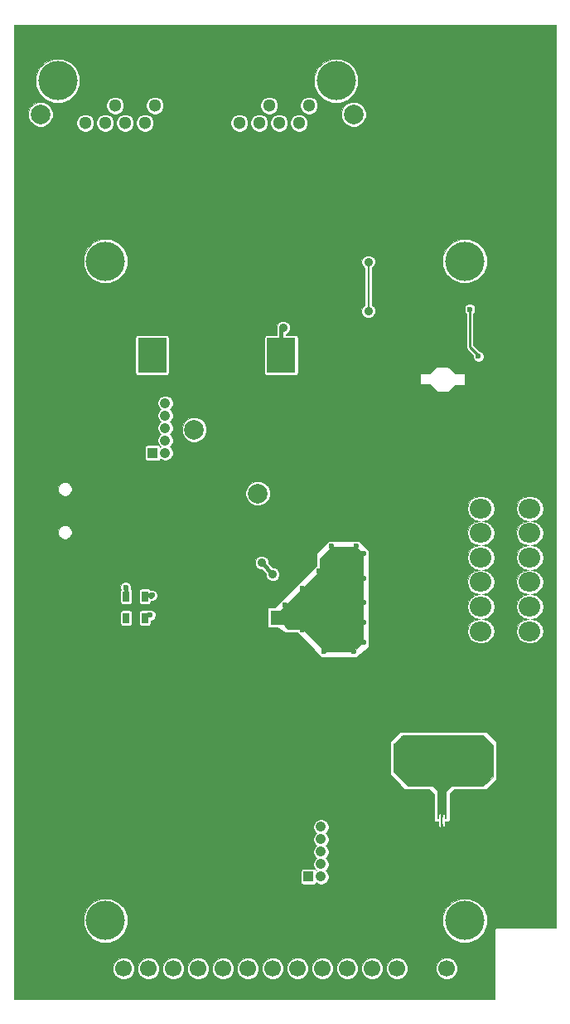
<source format=gtl>
G04 #@! TF.FileFunction,Copper,L1,Top,Signal*
%FSLAX46Y46*%
G04 Gerber Fmt 4.6, Leading zero omitted, Abs format (unit mm)*
G04 Created by KiCad (PCBNEW 4.0.5-e0-6337~52~ubuntu16.10.1) date Sun Feb  5 13:59:30 2017*
%MOMM*%
%LPD*%
G01*
G04 APERTURE LIST*
%ADD10C,0.150000*%
%ADD11C,0.200000*%
%ADD12C,1.700000*%
%ADD13C,4.000000*%
%ADD14R,1.050000X1.050000*%
%ADD15C,1.050000*%
%ADD16R,0.650000X1.060000*%
%ADD17R,2.900000X3.600000*%
%ADD18C,9.000000*%
%ADD19C,1.300000*%
%ADD20C,2.000000*%
%ADD21O,2.200000X2.000000*%
%ADD22C,0.050000*%
%ADD23C,0.889000*%
%ADD24C,0.600000*%
%ADD25C,0.400000*%
%ADD26C,0.762000*%
%ADD27C,0.508000*%
%ADD28C,1.270000*%
%ADD29C,0.254000*%
%ADD30C,0.100000*%
G04 APERTURE END LIST*
D10*
D11*
X43970000Y-81060000D02*
X43970000Y-81860000D01*
D12*
X21650000Y-96590000D03*
X19110000Y-96590000D03*
X16570000Y-96590000D03*
X14030000Y-96590000D03*
X11490000Y-96590000D03*
X24190000Y-96590000D03*
X26730000Y-96576000D03*
X29270000Y-96576000D03*
X31810000Y-96576000D03*
X34350000Y-96576000D03*
X36890000Y-96576000D03*
X39430000Y-96576000D03*
X41970000Y-96576000D03*
D13*
X9640000Y-91670000D03*
X46360000Y-91670000D03*
X9640000Y-24410000D03*
X46360000Y-24410000D03*
D12*
X44510000Y-96576000D03*
D14*
X30400000Y-87200000D03*
D15*
X30400000Y-85930000D03*
X30400000Y-84660000D03*
X30400000Y-83390000D03*
X30400000Y-82120000D03*
X31670000Y-85930000D03*
X31670000Y-84660000D03*
X31670000Y-83390000D03*
X31670000Y-82120000D03*
X31670000Y-87200000D03*
D16*
X11750000Y-60800000D03*
X12700000Y-60800000D03*
X13650000Y-60800000D03*
X13650000Y-58600000D03*
X11750000Y-58600000D03*
D17*
X14400000Y-34000000D03*
D18*
X21000000Y-34000000D03*
D17*
X27600000Y-34000000D03*
D19*
X14675000Y-8540000D03*
X8585000Y-8540000D03*
X12645000Y-8540000D03*
X10615000Y-8540000D03*
X13655000Y-10320000D03*
X11625000Y-10320000D03*
X9595000Y-10320000D03*
X7565000Y-10320000D03*
D13*
X33225000Y-6000000D03*
D20*
X3000000Y-9430000D03*
D19*
X23315000Y-10320000D03*
X25345000Y-10320000D03*
X27375000Y-10320000D03*
X29405000Y-10320000D03*
X26365000Y-8540000D03*
X28395000Y-8540000D03*
X24335000Y-8540000D03*
X30425000Y-8540000D03*
D13*
X4775000Y-6000000D03*
D20*
X35000000Y-9430000D03*
D14*
X14470000Y-43960000D03*
D15*
X14470000Y-42690000D03*
X14470000Y-41420000D03*
X14470000Y-40150000D03*
X14470000Y-38880000D03*
X15740000Y-42690000D03*
X15740000Y-41420000D03*
X15740000Y-40150000D03*
X15740000Y-38880000D03*
X15740000Y-43960000D03*
D21*
X48000000Y-62150000D03*
X53000000Y-62150000D03*
X48000000Y-49650000D03*
X48000000Y-52150000D03*
X48000000Y-54650000D03*
X48000000Y-57150000D03*
X48000000Y-59650000D03*
X53000000Y-49650000D03*
X53000000Y-52150000D03*
X53000000Y-54650000D03*
X53000000Y-59650000D03*
X53000000Y-57150000D03*
D22*
X43970000Y-81060000D03*
X43970000Y-81860000D03*
D20*
X18700000Y-41600000D03*
X25200000Y-48100000D03*
D23*
X26735620Y-56368681D03*
X25598000Y-55171000D03*
D24*
X35250000Y-62750000D03*
X36000000Y-59250000D03*
X36000000Y-61250000D03*
X36000000Y-54250000D03*
X36000000Y-56750000D03*
X29750000Y-57750000D03*
X35250000Y-53500000D03*
X35000000Y-64250000D03*
X29750000Y-62000000D03*
X28500000Y-61750000D03*
X32000000Y-64250000D03*
X36000000Y-63250000D03*
X32750000Y-53500000D03*
X31500000Y-56000000D03*
X28000000Y-59500000D03*
D23*
X10500000Y-84500000D03*
X5500000Y-82500000D03*
X5500000Y-87000000D03*
X5000000Y-92500000D03*
X14750000Y-91500000D03*
X14500000Y-85250000D03*
X9750000Y-80500000D03*
X1000000Y-87000000D03*
X1000000Y-93000000D03*
X24000000Y-91500000D03*
X6000000Y-96000000D03*
X1000000Y-99000000D03*
X8000000Y-99000000D03*
X13500000Y-99000000D03*
X33000000Y-99000000D03*
X36500000Y-99000000D03*
X40000000Y-99000000D03*
X43500000Y-99000000D03*
X48500000Y-99000000D03*
X8050000Y-70545000D03*
X24250000Y-24000000D03*
D24*
X52500000Y-33500000D03*
X52500000Y-32500000D03*
X53500000Y-35000000D03*
D23*
X24250000Y-73495000D03*
X49500000Y-80400000D03*
X34500000Y-45000000D03*
X34200000Y-41950000D03*
X33500000Y-43500000D03*
X17800000Y-76100000D03*
X48500000Y-89500000D03*
X51750000Y-72500000D03*
X52000000Y-77000000D03*
X52000000Y-80500000D03*
X55000000Y-83500000D03*
X55000000Y-80500000D03*
X55000000Y-78000000D03*
X55000000Y-75500000D03*
X55000000Y-73000000D03*
X47000000Y-83500000D03*
X5500000Y-49500000D03*
X1000000Y-47500000D03*
X1000000Y-52500000D03*
X2000000Y-57500000D03*
X1000000Y-62500000D03*
X4000000Y-65000000D03*
X1000000Y-70000000D03*
X8500000Y-74000000D03*
X1000000Y-80500000D03*
X1000000Y-74500000D03*
X5500000Y-42500000D03*
X6000000Y-45000000D03*
X1000000Y-42500000D03*
X6500000Y-56000000D03*
X49250000Y-85250000D03*
X11430000Y-19800000D03*
X11430000Y-18550000D03*
X10190000Y-32750000D03*
X41000000Y-18500000D03*
X51500000Y-2000000D03*
X53000000Y-2000000D03*
D24*
X53500000Y-18500000D03*
X55000000Y-18500000D03*
X45800000Y-28300000D03*
X44600000Y-27300000D03*
X51400000Y-33900000D03*
D23*
X43862500Y-82637500D03*
X48200000Y-80000000D03*
X48800000Y-94800000D03*
X51000000Y-92000000D03*
X50949998Y-90100000D03*
X51000000Y-87800000D03*
X50245404Y-86254596D03*
X48000000Y-84200000D03*
X54900000Y-91950000D03*
X46300000Y-80700000D03*
X52400000Y-84600000D03*
X51054596Y-83245404D03*
X49500000Y-81700000D03*
X53650002Y-85840810D03*
X53600000Y-88300000D03*
X53600000Y-90600000D03*
X46000000Y-88000000D03*
D24*
X42200000Y-30300000D03*
X42200000Y-27300000D03*
X47000000Y-27300000D03*
X48200000Y-28300000D03*
X49000000Y-33900000D03*
X50200000Y-33900000D03*
X52000000Y-34750000D03*
X52000000Y-36000000D03*
X54750000Y-35750000D03*
X54750000Y-34250000D03*
D23*
X38500000Y-88500000D03*
D24*
X36750000Y-91500000D03*
X34000000Y-91500000D03*
D23*
X38500000Y-90000000D03*
X36750000Y-88500000D03*
X17750000Y-82500000D03*
X23250000Y-82500000D03*
X30350000Y-79700000D03*
X31000000Y-65500000D03*
X38200000Y-79100000D03*
X42300000Y-91600000D03*
D24*
X40400000Y-79100000D03*
D23*
X43862500Y-84362500D03*
X42137500Y-82637500D03*
X42137500Y-84362500D03*
X40000000Y-60750000D03*
X40000000Y-55750000D03*
X40000000Y-65750000D03*
X29800000Y-52800000D03*
X24400000Y-52000000D03*
X10200000Y-31000000D03*
X16900000Y-24300000D03*
X16600000Y-26600000D03*
X15700000Y-28300000D03*
X15000000Y-31000000D03*
X24610000Y-30330000D03*
X26750000Y-29500000D03*
X12800000Y-55300000D03*
X28210000Y-41530000D03*
X6175000Y-70345000D03*
X37000000Y-21800000D03*
X30600000Y-19000000D03*
X29000000Y-21800000D03*
X39800000Y-9000000D03*
X34000000Y-34500000D03*
X53695600Y-10922000D03*
X53746400Y-8229600D03*
X23750000Y-61470000D03*
D24*
X44000000Y-28700000D03*
X42800000Y-28700000D03*
X48988604Y-32111447D03*
X48988604Y-30611447D03*
X49738602Y-32111447D03*
X49738602Y-30611447D03*
D23*
X19100000Y-67670000D03*
X29154000Y-63045000D03*
X15555201Y-58389239D03*
X20943354Y-63418182D03*
X16200000Y-64920000D03*
D24*
X14400000Y-58500000D03*
X14200000Y-60500000D03*
D23*
X27800000Y-31200000D03*
D24*
X11700000Y-57700000D03*
X47738604Y-34111447D03*
X46867776Y-29322854D03*
D23*
X36500000Y-24500000D03*
X36500000Y-29500000D03*
D24*
X45100000Y-77600000D03*
X48900000Y-74000000D03*
X39400000Y-76300000D03*
X44000000Y-73000000D03*
X39300000Y-73900000D03*
X40100000Y-73100000D03*
X48000000Y-73100000D03*
X48900000Y-76800000D03*
X48000000Y-77700000D03*
X40700000Y-77600000D03*
X43200000Y-77700000D03*
D25*
X25598000Y-55171000D02*
X26735620Y-56368681D01*
D26*
X1000000Y-80500000D02*
X9750000Y-80500000D01*
X7500000Y-84500000D02*
X10500000Y-84500000D01*
X5500000Y-82500000D02*
X7500000Y-84500000D01*
X5500000Y-92000000D02*
X5500000Y-87000000D01*
X5000000Y-92500000D02*
X5500000Y-92000000D01*
X14750000Y-85500000D02*
X14750000Y-91500000D01*
X14500000Y-85250000D02*
X14750000Y-85500000D01*
D27*
X1000000Y-87000000D02*
X1000000Y-93000000D01*
D11*
X8000000Y-99000000D02*
X1000000Y-99000000D01*
X33000000Y-99000000D02*
X13500000Y-99000000D01*
X40000000Y-99000000D02*
X36500000Y-99000000D01*
X48500000Y-99000000D02*
X43500000Y-99000000D01*
X52500000Y-32500000D02*
X52500000Y-33500000D01*
D25*
X24250000Y-73495000D02*
X24250000Y-73500000D01*
D11*
X48200000Y-80000000D02*
X49100000Y-80000000D01*
X49100000Y-80000000D02*
X49500000Y-80400000D01*
D26*
X34200000Y-44700000D02*
X34500000Y-45000000D01*
X34200000Y-41950000D02*
X34200000Y-44700000D01*
D27*
X50949998Y-90100000D02*
X49100000Y-90100000D01*
X49100000Y-90100000D02*
X48500000Y-89500000D01*
X51750000Y-76750000D02*
X51750000Y-72500000D01*
X52000000Y-77000000D02*
X51750000Y-76750000D01*
X55000000Y-83500000D02*
X52000000Y-80500000D01*
X55000000Y-78000000D02*
X55000000Y-80500000D01*
X55000000Y-73000000D02*
X55000000Y-75500000D01*
X3000000Y-49500000D02*
X5500000Y-49500000D01*
X1000000Y-47500000D02*
X3000000Y-49500000D01*
X1000000Y-52500000D02*
X2000000Y-53500000D01*
X2000000Y-53500000D02*
X2000000Y-57500000D01*
X1000000Y-62500000D02*
X3500000Y-65000000D01*
X3500000Y-65000000D02*
X4000000Y-65000000D01*
X1000000Y-70000000D02*
X5000000Y-74000000D01*
X5000000Y-74000000D02*
X8500000Y-74000000D01*
X1000000Y-80500000D02*
X1000000Y-74500000D01*
X6500000Y-42500000D02*
X5500000Y-42500000D01*
X3500000Y-45000000D02*
X6000000Y-45000000D01*
X1000000Y-42500000D02*
X3500000Y-45000000D01*
D26*
X12180000Y-19050000D02*
X11430000Y-19800000D01*
X12660000Y-19050000D02*
X12180000Y-19050000D01*
D28*
X51500000Y-2000000D02*
X53000000Y-2000000D01*
D11*
X55000000Y-18500000D02*
X53500000Y-18500000D01*
X48200000Y-28300000D02*
X45800000Y-28300000D01*
X44603448Y-27296552D02*
X44603448Y-27241379D01*
X44600000Y-27300000D02*
X44603448Y-27296552D01*
D29*
X43970000Y-81860000D02*
X43970000Y-82530000D01*
D11*
X43862500Y-82637500D02*
X43750000Y-82750000D01*
D29*
X43970000Y-82530000D02*
X43862500Y-82637500D01*
D27*
X49500000Y-81700000D02*
X49500000Y-80400000D01*
X49500000Y-80400000D02*
X49100000Y-80000000D01*
X49500000Y-81700000D02*
X49500000Y-82700000D01*
X51000000Y-90150002D02*
X51000000Y-92000000D01*
X50949998Y-90100000D02*
X51000000Y-90150002D01*
X51000000Y-87009192D02*
X51000000Y-87800000D01*
X50245404Y-86254596D02*
X51000000Y-87009192D01*
X49500000Y-82700000D02*
X48000000Y-84200000D01*
X53600000Y-90600000D02*
X54950002Y-91899998D01*
X54950002Y-91899998D02*
X54900000Y-91950000D01*
X46300000Y-80700000D02*
X47000000Y-80700000D01*
X52400000Y-84590808D02*
X52400000Y-84600000D01*
X51054596Y-83245404D02*
X52400000Y-84590808D01*
X49500000Y-81100000D02*
X49500000Y-81700000D01*
X48800000Y-80400000D02*
X49500000Y-81100000D01*
X47300000Y-80400000D02*
X48800000Y-80400000D01*
X47000000Y-80700000D02*
X47300000Y-80400000D01*
X53650002Y-85840810D02*
X53600000Y-85890812D01*
X53600000Y-85890812D02*
X53600000Y-88300000D01*
D11*
X44603448Y-27241379D02*
X42200000Y-27300000D01*
X47250000Y-27300000D02*
X47000000Y-27300000D01*
X48200000Y-28300000D02*
X47250000Y-27300000D01*
X49000000Y-33900000D02*
X50200000Y-33900000D01*
X52000000Y-34750000D02*
X52000000Y-36000000D01*
X54750000Y-35750000D02*
X54750000Y-34250000D01*
D25*
X36750000Y-91500000D02*
X34000000Y-91500000D01*
X38500000Y-88500000D02*
X38500000Y-90000000D01*
D11*
X43862500Y-84362500D02*
X43750000Y-84250000D01*
X42137500Y-82637500D02*
X42250000Y-82750000D01*
X42137500Y-84362500D02*
X42250000Y-84250000D01*
X15700000Y-27500000D02*
X16600000Y-26600000D01*
X15700000Y-28300000D02*
X15700000Y-27500000D01*
D27*
X26500000Y-29500000D02*
X26750000Y-29500000D01*
X24610000Y-30330000D02*
X26500000Y-29500000D01*
D25*
X26750000Y-29500000D02*
X26650000Y-29400000D01*
X26650000Y-29400000D02*
X25600000Y-29400000D01*
X6175000Y-70345000D02*
X7850000Y-70345000D01*
X7850000Y-70345000D02*
X8050000Y-70545000D01*
D11*
X30600000Y-19000000D02*
X30600000Y-20200000D01*
X30600000Y-20200000D02*
X29000000Y-21800000D01*
X53695600Y-10922000D02*
X53695600Y-8280400D01*
X53695600Y-8280400D02*
X53746400Y-8229600D01*
D25*
X45438604Y-27621446D02*
X47438604Y-27621447D01*
X44000000Y-28700000D02*
X45438604Y-27621446D01*
X43438604Y-27121446D02*
X42800000Y-28700000D01*
X43938605Y-26621447D02*
X43438604Y-27121446D01*
D11*
X48988604Y-30611447D02*
X48988604Y-32111447D01*
X49738602Y-30611447D02*
X48988604Y-30611447D01*
X49738602Y-30611447D02*
X49738602Y-32111447D01*
X49488604Y-29611446D02*
X49488604Y-30361448D01*
X49488604Y-30361448D02*
X49738602Y-30611447D01*
X19100000Y-67670000D02*
X19100000Y-68370000D01*
X19100000Y-68370000D02*
X19702693Y-68972693D01*
X27662283Y-66061347D02*
X28648414Y-65075216D01*
X27352287Y-66061347D02*
X27662283Y-66061347D01*
D25*
X16634246Y-58389239D02*
X15555201Y-58389239D01*
X19752587Y-61005534D02*
X19752587Y-60736126D01*
X19752587Y-60736126D02*
X16634246Y-58389239D01*
D11*
X29154000Y-63045000D02*
X28648414Y-65075216D01*
X28648414Y-65075216D02*
X28648414Y-65268115D01*
X29154000Y-63045000D02*
X29154000Y-63224605D01*
D25*
X18833348Y-69844369D02*
X19702693Y-68972693D01*
X19702693Y-68972693D02*
X20943354Y-67728705D01*
X20943354Y-67728705D02*
X20943354Y-63418182D01*
D11*
X16273621Y-58748449D02*
X20943354Y-63418182D01*
X15914411Y-58748449D02*
X16273621Y-58748449D01*
X15555201Y-58389239D02*
X15914411Y-58748449D01*
X20943354Y-63418182D02*
X17701818Y-63418182D01*
X17701818Y-63418182D02*
X16200000Y-64920000D01*
D25*
X13750000Y-58500000D02*
X14400000Y-58500000D01*
X14400000Y-58500000D02*
X14300000Y-58600000D01*
X13750000Y-58500000D02*
X13650000Y-58600000D01*
X13950000Y-60500000D02*
X14200000Y-60500000D01*
X13950000Y-60500000D02*
X13650000Y-60800000D01*
X27600000Y-31400000D02*
X27600000Y-34000000D01*
X27800000Y-31200000D02*
X27600000Y-31400000D01*
X11750000Y-57750000D02*
X11750000Y-58600000D01*
X11700000Y-57700000D02*
X11750000Y-57750000D01*
D29*
X47738604Y-34111447D02*
X47738604Y-34003684D01*
X46867774Y-33132854D02*
X46867776Y-29322854D01*
X47738604Y-34003684D02*
X46867774Y-33132854D01*
D11*
X36500000Y-29500000D02*
X36500000Y-24500000D01*
D29*
X43970000Y-81060000D02*
X43970000Y-78200000D01*
X44570000Y-77600000D02*
X45100000Y-77600000D01*
X43970000Y-78200000D02*
X44570000Y-77600000D01*
D30*
G36*
X55700000Y-92450000D02*
X49500000Y-92450000D01*
X49480547Y-92453939D01*
X49464160Y-92465136D01*
X49453419Y-92481827D01*
X49450000Y-92500000D01*
X49450000Y-99700000D01*
X300000Y-99700000D01*
X300000Y-96807844D01*
X10389810Y-96807844D01*
X10556922Y-97212286D01*
X10866087Y-97521991D01*
X11270237Y-97689808D01*
X11707844Y-97690190D01*
X12112286Y-97523078D01*
X12421991Y-97213913D01*
X12589808Y-96809763D01*
X12589809Y-96807844D01*
X12929810Y-96807844D01*
X13096922Y-97212286D01*
X13406087Y-97521991D01*
X13810237Y-97689808D01*
X14247844Y-97690190D01*
X14652286Y-97523078D01*
X14961991Y-97213913D01*
X15129808Y-96809763D01*
X15129809Y-96807844D01*
X15469810Y-96807844D01*
X15636922Y-97212286D01*
X15946087Y-97521991D01*
X16350237Y-97689808D01*
X16787844Y-97690190D01*
X17192286Y-97523078D01*
X17501991Y-97213913D01*
X17669808Y-96809763D01*
X17669809Y-96807844D01*
X18009810Y-96807844D01*
X18176922Y-97212286D01*
X18486087Y-97521991D01*
X18890237Y-97689808D01*
X19327844Y-97690190D01*
X19732286Y-97523078D01*
X20041991Y-97213913D01*
X20209808Y-96809763D01*
X20209809Y-96807844D01*
X20549810Y-96807844D01*
X20716922Y-97212286D01*
X21026087Y-97521991D01*
X21430237Y-97689808D01*
X21867844Y-97690190D01*
X22272286Y-97523078D01*
X22581991Y-97213913D01*
X22749808Y-96809763D01*
X22749809Y-96807844D01*
X23089810Y-96807844D01*
X23256922Y-97212286D01*
X23566087Y-97521991D01*
X23970237Y-97689808D01*
X24407844Y-97690190D01*
X24812286Y-97523078D01*
X25121991Y-97213913D01*
X25289808Y-96809763D01*
X25289821Y-96793844D01*
X25629810Y-96793844D01*
X25796922Y-97198286D01*
X26106087Y-97507991D01*
X26510237Y-97675808D01*
X26947844Y-97676190D01*
X27352286Y-97509078D01*
X27661991Y-97199913D01*
X27829808Y-96795763D01*
X27829809Y-96793844D01*
X28169810Y-96793844D01*
X28336922Y-97198286D01*
X28646087Y-97507991D01*
X29050237Y-97675808D01*
X29487844Y-97676190D01*
X29892286Y-97509078D01*
X30201991Y-97199913D01*
X30369808Y-96795763D01*
X30369809Y-96793844D01*
X30709810Y-96793844D01*
X30876922Y-97198286D01*
X31186087Y-97507991D01*
X31590237Y-97675808D01*
X32027844Y-97676190D01*
X32432286Y-97509078D01*
X32741991Y-97199913D01*
X32909808Y-96795763D01*
X32909809Y-96793844D01*
X33249810Y-96793844D01*
X33416922Y-97198286D01*
X33726087Y-97507991D01*
X34130237Y-97675808D01*
X34567844Y-97676190D01*
X34972286Y-97509078D01*
X35281991Y-97199913D01*
X35449808Y-96795763D01*
X35449809Y-96793844D01*
X35789810Y-96793844D01*
X35956922Y-97198286D01*
X36266087Y-97507991D01*
X36670237Y-97675808D01*
X37107844Y-97676190D01*
X37512286Y-97509078D01*
X37821991Y-97199913D01*
X37989808Y-96795763D01*
X37989809Y-96793844D01*
X38329810Y-96793844D01*
X38496922Y-97198286D01*
X38806087Y-97507991D01*
X39210237Y-97675808D01*
X39647844Y-97676190D01*
X40052286Y-97509078D01*
X40361991Y-97199913D01*
X40529808Y-96795763D01*
X40529809Y-96793844D01*
X43409810Y-96793844D01*
X43576922Y-97198286D01*
X43886087Y-97507991D01*
X44290237Y-97675808D01*
X44727844Y-97676190D01*
X45132286Y-97509078D01*
X45441991Y-97199913D01*
X45609808Y-96795763D01*
X45610190Y-96358156D01*
X45443078Y-95953714D01*
X45133913Y-95644009D01*
X44729763Y-95476192D01*
X44292156Y-95475810D01*
X43887714Y-95642922D01*
X43578009Y-95952087D01*
X43410192Y-96356237D01*
X43409810Y-96793844D01*
X40529809Y-96793844D01*
X40530190Y-96358156D01*
X40363078Y-95953714D01*
X40053913Y-95644009D01*
X39649763Y-95476192D01*
X39212156Y-95475810D01*
X38807714Y-95642922D01*
X38498009Y-95952087D01*
X38330192Y-96356237D01*
X38329810Y-96793844D01*
X37989809Y-96793844D01*
X37990190Y-96358156D01*
X37823078Y-95953714D01*
X37513913Y-95644009D01*
X37109763Y-95476192D01*
X36672156Y-95475810D01*
X36267714Y-95642922D01*
X35958009Y-95952087D01*
X35790192Y-96356237D01*
X35789810Y-96793844D01*
X35449809Y-96793844D01*
X35450190Y-96358156D01*
X35283078Y-95953714D01*
X34973913Y-95644009D01*
X34569763Y-95476192D01*
X34132156Y-95475810D01*
X33727714Y-95642922D01*
X33418009Y-95952087D01*
X33250192Y-96356237D01*
X33249810Y-96793844D01*
X32909809Y-96793844D01*
X32910190Y-96358156D01*
X32743078Y-95953714D01*
X32433913Y-95644009D01*
X32029763Y-95476192D01*
X31592156Y-95475810D01*
X31187714Y-95642922D01*
X30878009Y-95952087D01*
X30710192Y-96356237D01*
X30709810Y-96793844D01*
X30369809Y-96793844D01*
X30370190Y-96358156D01*
X30203078Y-95953714D01*
X29893913Y-95644009D01*
X29489763Y-95476192D01*
X29052156Y-95475810D01*
X28647714Y-95642922D01*
X28338009Y-95952087D01*
X28170192Y-96356237D01*
X28169810Y-96793844D01*
X27829809Y-96793844D01*
X27830190Y-96358156D01*
X27663078Y-95953714D01*
X27353913Y-95644009D01*
X26949763Y-95476192D01*
X26512156Y-95475810D01*
X26107714Y-95642922D01*
X25798009Y-95952087D01*
X25630192Y-96356237D01*
X25629810Y-96793844D01*
X25289821Y-96793844D01*
X25290190Y-96372156D01*
X25123078Y-95967714D01*
X24813913Y-95658009D01*
X24409763Y-95490192D01*
X23972156Y-95489810D01*
X23567714Y-95656922D01*
X23258009Y-95966087D01*
X23090192Y-96370237D01*
X23089810Y-96807844D01*
X22749809Y-96807844D01*
X22750190Y-96372156D01*
X22583078Y-95967714D01*
X22273913Y-95658009D01*
X21869763Y-95490192D01*
X21432156Y-95489810D01*
X21027714Y-95656922D01*
X20718009Y-95966087D01*
X20550192Y-96370237D01*
X20549810Y-96807844D01*
X20209809Y-96807844D01*
X20210190Y-96372156D01*
X20043078Y-95967714D01*
X19733913Y-95658009D01*
X19329763Y-95490192D01*
X18892156Y-95489810D01*
X18487714Y-95656922D01*
X18178009Y-95966087D01*
X18010192Y-96370237D01*
X18009810Y-96807844D01*
X17669809Y-96807844D01*
X17670190Y-96372156D01*
X17503078Y-95967714D01*
X17193913Y-95658009D01*
X16789763Y-95490192D01*
X16352156Y-95489810D01*
X15947714Y-95656922D01*
X15638009Y-95966087D01*
X15470192Y-96370237D01*
X15469810Y-96807844D01*
X15129809Y-96807844D01*
X15130190Y-96372156D01*
X14963078Y-95967714D01*
X14653913Y-95658009D01*
X14249763Y-95490192D01*
X13812156Y-95489810D01*
X13407714Y-95656922D01*
X13098009Y-95966087D01*
X12930192Y-96370237D01*
X12929810Y-96807844D01*
X12589809Y-96807844D01*
X12590190Y-96372156D01*
X12423078Y-95967714D01*
X12113913Y-95658009D01*
X11709763Y-95490192D01*
X11272156Y-95489810D01*
X10867714Y-95656922D01*
X10558009Y-95966087D01*
X10390192Y-96370237D01*
X10389810Y-96807844D01*
X300000Y-96807844D01*
X300000Y-92115589D01*
X7389610Y-92115589D01*
X7731431Y-92942858D01*
X8363813Y-93576345D01*
X9190484Y-93919608D01*
X10085589Y-93920390D01*
X10912858Y-93578569D01*
X11546345Y-92946187D01*
X11889608Y-92119516D01*
X11889611Y-92115589D01*
X44109610Y-92115589D01*
X44451431Y-92942858D01*
X45083813Y-93576345D01*
X45910484Y-93919608D01*
X46805589Y-93920390D01*
X47632858Y-93578569D01*
X48266345Y-92946187D01*
X48609608Y-92119516D01*
X48610390Y-91224411D01*
X48268569Y-90397142D01*
X47636187Y-89763655D01*
X46809516Y-89420392D01*
X45914411Y-89419610D01*
X45087142Y-89761431D01*
X44453655Y-90393813D01*
X44110392Y-91220484D01*
X44109610Y-92115589D01*
X11889611Y-92115589D01*
X11890390Y-91224411D01*
X11548569Y-90397142D01*
X10916187Y-89763655D01*
X10089516Y-89420392D01*
X9194411Y-89419610D01*
X8367142Y-89761431D01*
X7733655Y-90393813D01*
X7390392Y-91220484D01*
X7389610Y-92115589D01*
X300000Y-92115589D01*
X300000Y-86675000D01*
X29620103Y-86675000D01*
X29620103Y-87725000D01*
X29637535Y-87817644D01*
X29692288Y-87902732D01*
X29775831Y-87959815D01*
X29875000Y-87979897D01*
X30925000Y-87979897D01*
X31017644Y-87962465D01*
X31102732Y-87907712D01*
X31159815Y-87824169D01*
X31166258Y-87792351D01*
X31230425Y-87856630D01*
X31515167Y-87974865D01*
X31823481Y-87975134D01*
X32108429Y-87857396D01*
X32326630Y-87639575D01*
X32444865Y-87354833D01*
X32445134Y-87046519D01*
X32327396Y-86761571D01*
X32131016Y-86564848D01*
X32326630Y-86369575D01*
X32444865Y-86084833D01*
X32445134Y-85776519D01*
X32327396Y-85491571D01*
X32131016Y-85294848D01*
X32326630Y-85099575D01*
X32444865Y-84814833D01*
X32445134Y-84506519D01*
X32327396Y-84221571D01*
X32131016Y-84024848D01*
X32326630Y-83829575D01*
X32444865Y-83544833D01*
X32445134Y-83236519D01*
X32327396Y-82951571D01*
X32131016Y-82754848D01*
X32326630Y-82559575D01*
X32444865Y-82274833D01*
X32445134Y-81966519D01*
X32327396Y-81681571D01*
X32109575Y-81463370D01*
X31824833Y-81345135D01*
X31516519Y-81344866D01*
X31231571Y-81462604D01*
X31013370Y-81680425D01*
X30895135Y-81965167D01*
X30894866Y-82273481D01*
X31012604Y-82558429D01*
X31208984Y-82755152D01*
X31013370Y-82950425D01*
X30895135Y-83235167D01*
X30894866Y-83543481D01*
X31012604Y-83828429D01*
X31208984Y-84025152D01*
X31013370Y-84220425D01*
X30895135Y-84505167D01*
X30894866Y-84813481D01*
X31012604Y-85098429D01*
X31208984Y-85295152D01*
X31013370Y-85490425D01*
X30895135Y-85775167D01*
X30894866Y-86083481D01*
X31012604Y-86368429D01*
X31208984Y-86565152D01*
X31167096Y-86606967D01*
X31162465Y-86582356D01*
X31107712Y-86497268D01*
X31024169Y-86440185D01*
X30925000Y-86420103D01*
X29875000Y-86420103D01*
X29782356Y-86437535D01*
X29697268Y-86492288D01*
X29640185Y-86575831D01*
X29620103Y-86675000D01*
X300000Y-86675000D01*
X300000Y-73500000D01*
X38700000Y-73500000D01*
X38700000Y-76750000D01*
X38703939Y-76769453D01*
X38714645Y-76785355D01*
X40214645Y-78285355D01*
X40231185Y-78296325D01*
X40250000Y-78300000D01*
X42729290Y-78300000D01*
X43200000Y-78770710D01*
X43200000Y-81500000D01*
X43203939Y-81519453D01*
X43215136Y-81535840D01*
X43231827Y-81546581D01*
X43250000Y-81550000D01*
X43620000Y-81550000D01*
X43620000Y-81860000D01*
X43646642Y-81993939D01*
X43722513Y-82107487D01*
X43836061Y-82183358D01*
X43970000Y-82210000D01*
X44103939Y-82183358D01*
X44217487Y-82107487D01*
X44293358Y-81993939D01*
X44320000Y-81860000D01*
X44320000Y-81550000D01*
X44750000Y-81550000D01*
X44769453Y-81546061D01*
X44785840Y-81534864D01*
X44796581Y-81518173D01*
X44800000Y-81500000D01*
X44800000Y-78770710D01*
X45270710Y-78300000D01*
X48500000Y-78300000D01*
X48519453Y-78296061D01*
X48535355Y-78285355D01*
X49535355Y-77285355D01*
X49546325Y-77268815D01*
X49550000Y-77250000D01*
X49550000Y-73500000D01*
X49546061Y-73480547D01*
X49535355Y-73464645D01*
X48535355Y-72464645D01*
X48518815Y-72453675D01*
X48500000Y-72450000D01*
X43999907Y-72450000D01*
X43891078Y-72449905D01*
X43890848Y-72450000D01*
X39750000Y-72450000D01*
X39730547Y-72453939D01*
X39714645Y-72464645D01*
X38714645Y-73464645D01*
X38703675Y-73481185D01*
X38700000Y-73500000D01*
X300000Y-73500000D01*
X300000Y-60270000D01*
X11170103Y-60270000D01*
X11170103Y-61330000D01*
X11187535Y-61422644D01*
X11242288Y-61507732D01*
X11325831Y-61564815D01*
X11425000Y-61584897D01*
X12075000Y-61584897D01*
X12167644Y-61567465D01*
X12252732Y-61512712D01*
X12309815Y-61429169D01*
X12329897Y-61330000D01*
X12329897Y-60270000D01*
X13070103Y-60270000D01*
X13070103Y-61330000D01*
X13087535Y-61422644D01*
X13142288Y-61507732D01*
X13225831Y-61564815D01*
X13325000Y-61584897D01*
X13975000Y-61584897D01*
X14067644Y-61567465D01*
X14152732Y-61512712D01*
X14209815Y-61429169D01*
X14229897Y-61330000D01*
X14229897Y-61050026D01*
X14308922Y-61050095D01*
X14511143Y-60966539D01*
X14665995Y-60811957D01*
X14749904Y-60609882D01*
X14750095Y-60391078D01*
X14666539Y-60188857D01*
X14511957Y-60034005D01*
X14309882Y-59950096D01*
X14091078Y-59949905D01*
X13933287Y-60015103D01*
X13325000Y-60015103D01*
X13232356Y-60032535D01*
X13147268Y-60087288D01*
X13090185Y-60170831D01*
X13070103Y-60270000D01*
X12329897Y-60270000D01*
X12312465Y-60177356D01*
X12257712Y-60092268D01*
X12174169Y-60035185D01*
X12075000Y-60015103D01*
X11425000Y-60015103D01*
X11332356Y-60032535D01*
X11247268Y-60087288D01*
X11190185Y-60170831D01*
X11170103Y-60270000D01*
X300000Y-60270000D01*
X300000Y-59750000D01*
X26200000Y-59750000D01*
X26200000Y-61750000D01*
X26203939Y-61769453D01*
X26215136Y-61785840D01*
X26231827Y-61796581D01*
X26250000Y-61800000D01*
X27234860Y-61800000D01*
X27972265Y-62291603D01*
X28000000Y-62300000D01*
X28500093Y-62300000D01*
X28608922Y-62300095D01*
X28609152Y-62300000D01*
X29229290Y-62300000D01*
X31714645Y-64785355D01*
X31731185Y-64796325D01*
X31750000Y-64800000D01*
X32000093Y-64800000D01*
X32108922Y-64800095D01*
X32109152Y-64800000D01*
X35000093Y-64800000D01*
X35108922Y-64800095D01*
X35109152Y-64800000D01*
X35250000Y-64800000D01*
X35269453Y-64796061D01*
X35281235Y-64789043D01*
X36531235Y-63789043D01*
X36543964Y-63773815D01*
X36550000Y-63750000D01*
X36550000Y-63249907D01*
X36550095Y-63141078D01*
X36550000Y-63140848D01*
X36550000Y-61249907D01*
X36550095Y-61141078D01*
X36550000Y-61140848D01*
X36550000Y-59249907D01*
X36550095Y-59141078D01*
X36550000Y-59140848D01*
X36550000Y-56749907D01*
X36550095Y-56641078D01*
X36550000Y-56640848D01*
X36550000Y-54249907D01*
X36550095Y-54141078D01*
X36550000Y-54140848D01*
X36550000Y-54000000D01*
X36546061Y-53980547D01*
X36535355Y-53964645D01*
X35535355Y-52964645D01*
X35518815Y-52953675D01*
X35500000Y-52950000D01*
X35249907Y-52950000D01*
X35141078Y-52949905D01*
X35140848Y-52950000D01*
X32749907Y-52950000D01*
X32641078Y-52949905D01*
X32640848Y-52950000D01*
X32500000Y-52950000D01*
X32480547Y-52953939D01*
X32464645Y-52964645D01*
X31214645Y-54214645D01*
X31203675Y-54231185D01*
X31200000Y-54250000D01*
X31200000Y-55479290D01*
X26979290Y-59700000D01*
X26250000Y-59700000D01*
X26230547Y-59703939D01*
X26214160Y-59715136D01*
X26203419Y-59731827D01*
X26200000Y-59750000D01*
X300000Y-59750000D01*
X300000Y-57808922D01*
X11149905Y-57808922D01*
X11206773Y-57946554D01*
X11190185Y-57970831D01*
X11170103Y-58070000D01*
X11170103Y-59130000D01*
X11187535Y-59222644D01*
X11242288Y-59307732D01*
X11325831Y-59364815D01*
X11425000Y-59384897D01*
X12075000Y-59384897D01*
X12167644Y-59367465D01*
X12252732Y-59312712D01*
X12309815Y-59229169D01*
X12329897Y-59130000D01*
X12329897Y-58070000D01*
X13070103Y-58070000D01*
X13070103Y-59130000D01*
X13087535Y-59222644D01*
X13142288Y-59307732D01*
X13225831Y-59364815D01*
X13325000Y-59384897D01*
X13975000Y-59384897D01*
X14067644Y-59367465D01*
X14152732Y-59312712D01*
X14209815Y-59229169D01*
X14229897Y-59130000D01*
X14229897Y-59036056D01*
X14281475Y-59046315D01*
X14290118Y-59049904D01*
X14299559Y-59049912D01*
X14300000Y-59050000D01*
X14300437Y-59049913D01*
X14508922Y-59050095D01*
X14711143Y-58966539D01*
X14865995Y-58811957D01*
X14949904Y-58609882D01*
X14950095Y-58391078D01*
X14866539Y-58188857D01*
X14711957Y-58034005D01*
X14509882Y-57950096D01*
X14291078Y-57949905D01*
X14213343Y-57982024D01*
X14212465Y-57977356D01*
X14157712Y-57892268D01*
X14074169Y-57835185D01*
X13975000Y-57815103D01*
X13325000Y-57815103D01*
X13232356Y-57832535D01*
X13147268Y-57887288D01*
X13090185Y-57970831D01*
X13070103Y-58070000D01*
X12329897Y-58070000D01*
X12312465Y-57977356D01*
X12257712Y-57892268D01*
X12224981Y-57869904D01*
X12249904Y-57809882D01*
X12250095Y-57591078D01*
X12166539Y-57388857D01*
X12011957Y-57234005D01*
X11809882Y-57150096D01*
X11591078Y-57149905D01*
X11388857Y-57233461D01*
X11234005Y-57388043D01*
X11150096Y-57590118D01*
X11149905Y-57808922D01*
X300000Y-57808922D01*
X300000Y-55308539D01*
X24903380Y-55308539D01*
X25008888Y-55563889D01*
X25204084Y-55759425D01*
X25459249Y-55865379D01*
X25637060Y-55865534D01*
X26041188Y-56290998D01*
X26041000Y-56506220D01*
X26146508Y-56761570D01*
X26341704Y-56957106D01*
X26596869Y-57063060D01*
X26873159Y-57063301D01*
X27128509Y-56957793D01*
X27324045Y-56762597D01*
X27429999Y-56507432D01*
X27430240Y-56231142D01*
X27324732Y-55975792D01*
X27129536Y-55780256D01*
X26874371Y-55674302D01*
X26696560Y-55674147D01*
X26292432Y-55248683D01*
X26292620Y-55033461D01*
X26187112Y-54778111D01*
X25991916Y-54582575D01*
X25736751Y-54476621D01*
X25460461Y-54476380D01*
X25205111Y-54581888D01*
X25009575Y-54777084D01*
X24903621Y-55032249D01*
X24903380Y-55308539D01*
X300000Y-55308539D01*
X300000Y-52208185D01*
X4791198Y-52208185D01*
X4897479Y-52465403D01*
X5094102Y-52662370D01*
X5351134Y-52769099D01*
X5629445Y-52769342D01*
X5886663Y-52663061D01*
X6083630Y-52466438D01*
X6190359Y-52209406D01*
X6190602Y-51931095D01*
X6084321Y-51673877D01*
X5887698Y-51476910D01*
X5630666Y-51370181D01*
X5352355Y-51369938D01*
X5095137Y-51476219D01*
X4898170Y-51672842D01*
X4791441Y-51929874D01*
X4791198Y-52208185D01*
X300000Y-52208185D01*
X300000Y-49650000D01*
X46623552Y-49650000D01*
X46718703Y-50128354D01*
X46989669Y-50533883D01*
X47395198Y-50804849D01*
X47873552Y-50900000D01*
X47395198Y-50995151D01*
X46989669Y-51266117D01*
X46718703Y-51671646D01*
X46623552Y-52150000D01*
X46718703Y-52628354D01*
X46989669Y-53033883D01*
X47395198Y-53304849D01*
X47873552Y-53400000D01*
X47395198Y-53495151D01*
X46989669Y-53766117D01*
X46718703Y-54171646D01*
X46623552Y-54650000D01*
X46718703Y-55128354D01*
X46989669Y-55533883D01*
X47395198Y-55804849D01*
X47873552Y-55900000D01*
X47395198Y-55995151D01*
X46989669Y-56266117D01*
X46718703Y-56671646D01*
X46623552Y-57150000D01*
X46718703Y-57628354D01*
X46989669Y-58033883D01*
X47395198Y-58304849D01*
X47873552Y-58400000D01*
X47395198Y-58495151D01*
X46989669Y-58766117D01*
X46718703Y-59171646D01*
X46623552Y-59650000D01*
X46718703Y-60128354D01*
X46989669Y-60533883D01*
X47395198Y-60804849D01*
X47873552Y-60900000D01*
X47395198Y-60995151D01*
X46989669Y-61266117D01*
X46718703Y-61671646D01*
X46623552Y-62150000D01*
X46718703Y-62628354D01*
X46989669Y-63033883D01*
X47395198Y-63304849D01*
X47873552Y-63400000D01*
X48126448Y-63400000D01*
X48604802Y-63304849D01*
X49010331Y-63033883D01*
X49281297Y-62628354D01*
X49376448Y-62150000D01*
X49281297Y-61671646D01*
X49010331Y-61266117D01*
X48604802Y-60995151D01*
X48126448Y-60900000D01*
X48604802Y-60804849D01*
X49010331Y-60533883D01*
X49281297Y-60128354D01*
X49376448Y-59650000D01*
X49281297Y-59171646D01*
X49010331Y-58766117D01*
X48604802Y-58495151D01*
X48126448Y-58400000D01*
X48604802Y-58304849D01*
X49010331Y-58033883D01*
X49281297Y-57628354D01*
X49376448Y-57150000D01*
X49281297Y-56671646D01*
X49010331Y-56266117D01*
X48604802Y-55995151D01*
X48126448Y-55900000D01*
X48604802Y-55804849D01*
X49010331Y-55533883D01*
X49281297Y-55128354D01*
X49376448Y-54650000D01*
X49281297Y-54171646D01*
X49010331Y-53766117D01*
X48604802Y-53495151D01*
X48126448Y-53400000D01*
X48604802Y-53304849D01*
X49010331Y-53033883D01*
X49281297Y-52628354D01*
X49376448Y-52150000D01*
X49281297Y-51671646D01*
X49010331Y-51266117D01*
X48604802Y-50995151D01*
X48126448Y-50900000D01*
X48604802Y-50804849D01*
X49010331Y-50533883D01*
X49281297Y-50128354D01*
X49376448Y-49650000D01*
X51623552Y-49650000D01*
X51718703Y-50128354D01*
X51989669Y-50533883D01*
X52395198Y-50804849D01*
X52873552Y-50900000D01*
X52395198Y-50995151D01*
X51989669Y-51266117D01*
X51718703Y-51671646D01*
X51623552Y-52150000D01*
X51718703Y-52628354D01*
X51989669Y-53033883D01*
X52395198Y-53304849D01*
X52873552Y-53400000D01*
X52395198Y-53495151D01*
X51989669Y-53766117D01*
X51718703Y-54171646D01*
X51623552Y-54650000D01*
X51718703Y-55128354D01*
X51989669Y-55533883D01*
X52395198Y-55804849D01*
X52873552Y-55900000D01*
X52395198Y-55995151D01*
X51989669Y-56266117D01*
X51718703Y-56671646D01*
X51623552Y-57150000D01*
X51718703Y-57628354D01*
X51989669Y-58033883D01*
X52395198Y-58304849D01*
X52873552Y-58400000D01*
X52395198Y-58495151D01*
X51989669Y-58766117D01*
X51718703Y-59171646D01*
X51623552Y-59650000D01*
X51718703Y-60128354D01*
X51989669Y-60533883D01*
X52395198Y-60804849D01*
X52873552Y-60900000D01*
X52395198Y-60995151D01*
X51989669Y-61266117D01*
X51718703Y-61671646D01*
X51623552Y-62150000D01*
X51718703Y-62628354D01*
X51989669Y-63033883D01*
X52395198Y-63304849D01*
X52873552Y-63400000D01*
X53126448Y-63400000D01*
X53604802Y-63304849D01*
X54010331Y-63033883D01*
X54281297Y-62628354D01*
X54376448Y-62150000D01*
X54281297Y-61671646D01*
X54010331Y-61266117D01*
X53604802Y-60995151D01*
X53126448Y-60900000D01*
X53604802Y-60804849D01*
X54010331Y-60533883D01*
X54281297Y-60128354D01*
X54376448Y-59650000D01*
X54281297Y-59171646D01*
X54010331Y-58766117D01*
X53604802Y-58495151D01*
X53126448Y-58400000D01*
X53604802Y-58304849D01*
X54010331Y-58033883D01*
X54281297Y-57628354D01*
X54376448Y-57150000D01*
X54281297Y-56671646D01*
X54010331Y-56266117D01*
X53604802Y-55995151D01*
X53126448Y-55900000D01*
X53604802Y-55804849D01*
X54010331Y-55533883D01*
X54281297Y-55128354D01*
X54376448Y-54650000D01*
X54281297Y-54171646D01*
X54010331Y-53766117D01*
X53604802Y-53495151D01*
X53126448Y-53400000D01*
X53604802Y-53304849D01*
X54010331Y-53033883D01*
X54281297Y-52628354D01*
X54376448Y-52150000D01*
X54281297Y-51671646D01*
X54010331Y-51266117D01*
X53604802Y-50995151D01*
X53126448Y-50900000D01*
X53604802Y-50804849D01*
X54010331Y-50533883D01*
X54281297Y-50128354D01*
X54376448Y-49650000D01*
X54281297Y-49171646D01*
X54010331Y-48766117D01*
X53604802Y-48495151D01*
X53126448Y-48400000D01*
X52873552Y-48400000D01*
X52395198Y-48495151D01*
X51989669Y-48766117D01*
X51718703Y-49171646D01*
X51623552Y-49650000D01*
X49376448Y-49650000D01*
X49281297Y-49171646D01*
X49010331Y-48766117D01*
X48604802Y-48495151D01*
X48126448Y-48400000D01*
X47873552Y-48400000D01*
X47395198Y-48495151D01*
X46989669Y-48766117D01*
X46718703Y-49171646D01*
X46623552Y-49650000D01*
X300000Y-49650000D01*
X300000Y-47808905D01*
X4791198Y-47808905D01*
X4897479Y-48066123D01*
X5094102Y-48263090D01*
X5351134Y-48369819D01*
X5629445Y-48370062D01*
X5683927Y-48347550D01*
X23949783Y-48347550D01*
X24139684Y-48807143D01*
X24491007Y-49159081D01*
X24950269Y-49349783D01*
X25447550Y-49350217D01*
X25907143Y-49160316D01*
X26259081Y-48808993D01*
X26449783Y-48349731D01*
X26450217Y-47852450D01*
X26260316Y-47392857D01*
X25908993Y-47040919D01*
X25449731Y-46850217D01*
X24952450Y-46849783D01*
X24492857Y-47039684D01*
X24140919Y-47391007D01*
X23950217Y-47850269D01*
X23949783Y-48347550D01*
X5683927Y-48347550D01*
X5886663Y-48263781D01*
X6083630Y-48067158D01*
X6190359Y-47810126D01*
X6190602Y-47531815D01*
X6084321Y-47274597D01*
X5887698Y-47077630D01*
X5630666Y-46970901D01*
X5352355Y-46970658D01*
X5095137Y-47076939D01*
X4898170Y-47273562D01*
X4791441Y-47530594D01*
X4791198Y-47808905D01*
X300000Y-47808905D01*
X300000Y-43435000D01*
X13690103Y-43435000D01*
X13690103Y-44485000D01*
X13707535Y-44577644D01*
X13762288Y-44662732D01*
X13845831Y-44719815D01*
X13945000Y-44739897D01*
X14995000Y-44739897D01*
X15087644Y-44722465D01*
X15172732Y-44667712D01*
X15229815Y-44584169D01*
X15236258Y-44552351D01*
X15300425Y-44616630D01*
X15585167Y-44734865D01*
X15893481Y-44735134D01*
X16178429Y-44617396D01*
X16396630Y-44399575D01*
X16514865Y-44114833D01*
X16515134Y-43806519D01*
X16397396Y-43521571D01*
X16201016Y-43324848D01*
X16396630Y-43129575D01*
X16514865Y-42844833D01*
X16515134Y-42536519D01*
X16397396Y-42251571D01*
X16201016Y-42054848D01*
X16396630Y-41859575D01*
X16401623Y-41847550D01*
X17449783Y-41847550D01*
X17639684Y-42307143D01*
X17991007Y-42659081D01*
X18450269Y-42849783D01*
X18947550Y-42850217D01*
X19407143Y-42660316D01*
X19759081Y-42308993D01*
X19949783Y-41849731D01*
X19950217Y-41352450D01*
X19760316Y-40892857D01*
X19408993Y-40540919D01*
X18949731Y-40350217D01*
X18452450Y-40349783D01*
X17992857Y-40539684D01*
X17640919Y-40891007D01*
X17450217Y-41350269D01*
X17449783Y-41847550D01*
X16401623Y-41847550D01*
X16514865Y-41574833D01*
X16515134Y-41266519D01*
X16397396Y-40981571D01*
X16201016Y-40784848D01*
X16396630Y-40589575D01*
X16514865Y-40304833D01*
X16515134Y-39996519D01*
X16397396Y-39711571D01*
X16201016Y-39514848D01*
X16396630Y-39319575D01*
X16514865Y-39034833D01*
X16515134Y-38726519D01*
X16397396Y-38441571D01*
X16179575Y-38223370D01*
X15894833Y-38105135D01*
X15586519Y-38104866D01*
X15301571Y-38222604D01*
X15083370Y-38440425D01*
X14965135Y-38725167D01*
X14964866Y-39033481D01*
X15082604Y-39318429D01*
X15278984Y-39515152D01*
X15083370Y-39710425D01*
X14965135Y-39995167D01*
X14964866Y-40303481D01*
X15082604Y-40588429D01*
X15278984Y-40785152D01*
X15083370Y-40980425D01*
X14965135Y-41265167D01*
X14964866Y-41573481D01*
X15082604Y-41858429D01*
X15278984Y-42055152D01*
X15083370Y-42250425D01*
X14965135Y-42535167D01*
X14964866Y-42843481D01*
X15082604Y-43128429D01*
X15278984Y-43325152D01*
X15237096Y-43366967D01*
X15232465Y-43342356D01*
X15177712Y-43257268D01*
X15094169Y-43200185D01*
X14995000Y-43180103D01*
X13945000Y-43180103D01*
X13852356Y-43197535D01*
X13767268Y-43252288D01*
X13710185Y-43335831D01*
X13690103Y-43435000D01*
X300000Y-43435000D01*
X300000Y-32200000D01*
X12695103Y-32200000D01*
X12695103Y-35800000D01*
X12712535Y-35892644D01*
X12767288Y-35977732D01*
X12850831Y-36034815D01*
X12950000Y-36054897D01*
X15850000Y-36054897D01*
X15942644Y-36037465D01*
X16027732Y-35982712D01*
X16084815Y-35899169D01*
X16104897Y-35800000D01*
X16104897Y-32200000D01*
X25895103Y-32200000D01*
X25895103Y-35800000D01*
X25912535Y-35892644D01*
X25967288Y-35977732D01*
X26050831Y-36034815D01*
X26150000Y-36054897D01*
X29050000Y-36054897D01*
X29142644Y-36037465D01*
X29227732Y-35982712D01*
X29276427Y-35911445D01*
X41788604Y-35911445D01*
X41788604Y-36911447D01*
X41792023Y-36929620D01*
X41802764Y-36946311D01*
X41819151Y-36957508D01*
X41838604Y-36961447D01*
X42817895Y-36961446D01*
X43603250Y-37746801D01*
X43619152Y-37757507D01*
X43638605Y-37761446D01*
X44638604Y-37761446D01*
X44657419Y-37757771D01*
X44673959Y-37746801D01*
X45359313Y-37061446D01*
X46338604Y-37061447D01*
X46356777Y-37058028D01*
X46373468Y-37047287D01*
X46384665Y-37030900D01*
X46388604Y-37011447D01*
X46388604Y-35911447D01*
X46385185Y-35893274D01*
X46374444Y-35876583D01*
X46358057Y-35865386D01*
X46338604Y-35861447D01*
X45359315Y-35861446D01*
X44773959Y-35276091D01*
X44758056Y-35265385D01*
X44738604Y-35261446D01*
X44659315Y-35261447D01*
X44573961Y-35176091D01*
X44558058Y-35165385D01*
X44538605Y-35161446D01*
X43538602Y-35161447D01*
X43519787Y-35165122D01*
X43503247Y-35176092D01*
X42817895Y-35861446D01*
X41838604Y-35861445D01*
X41820431Y-35864864D01*
X41803740Y-35875605D01*
X41792543Y-35891992D01*
X41788604Y-35911445D01*
X29276427Y-35911445D01*
X29284815Y-35899169D01*
X29304897Y-35800000D01*
X29304897Y-32200000D01*
X29287465Y-32107356D01*
X29232712Y-32022268D01*
X29149169Y-31965185D01*
X29050000Y-31945103D01*
X28050000Y-31945103D01*
X28050000Y-31848152D01*
X28192889Y-31789112D01*
X28388425Y-31593916D01*
X28494379Y-31338751D01*
X28494620Y-31062461D01*
X28389112Y-30807111D01*
X28193916Y-30611575D01*
X27938751Y-30505621D01*
X27662461Y-30505380D01*
X27407111Y-30610888D01*
X27211575Y-30806084D01*
X27105621Y-31061249D01*
X27105380Y-31337539D01*
X27150000Y-31445528D01*
X27150000Y-31945103D01*
X26150000Y-31945103D01*
X26057356Y-31962535D01*
X25972268Y-32017288D01*
X25915185Y-32100831D01*
X25895103Y-32200000D01*
X16104897Y-32200000D01*
X16087465Y-32107356D01*
X16032712Y-32022268D01*
X15949169Y-31965185D01*
X15850000Y-31945103D01*
X12950000Y-31945103D01*
X12857356Y-31962535D01*
X12772268Y-32017288D01*
X12715185Y-32100831D01*
X12695103Y-32200000D01*
X300000Y-32200000D01*
X300000Y-24855589D01*
X7389610Y-24855589D01*
X7731431Y-25682858D01*
X8363813Y-26316345D01*
X9190484Y-26659608D01*
X10085589Y-26660390D01*
X10912858Y-26318569D01*
X11546345Y-25686187D01*
X11889608Y-24859516D01*
X11889801Y-24637539D01*
X35805380Y-24637539D01*
X35910888Y-24892889D01*
X36106084Y-25088425D01*
X36150000Y-25106661D01*
X36150000Y-28893167D01*
X36107111Y-28910888D01*
X35911575Y-29106084D01*
X35805621Y-29361249D01*
X35805380Y-29637539D01*
X35910888Y-29892889D01*
X36106084Y-30088425D01*
X36361249Y-30194379D01*
X36637539Y-30194620D01*
X36892889Y-30089112D01*
X37088425Y-29893916D01*
X37194379Y-29638751D01*
X37194559Y-29431776D01*
X46317681Y-29431776D01*
X46401237Y-29633997D01*
X46490776Y-29723692D01*
X46490774Y-33132854D01*
X46519471Y-33277126D01*
X46601195Y-33399433D01*
X47192991Y-33991230D01*
X47188700Y-34001565D01*
X47188509Y-34220369D01*
X47272065Y-34422590D01*
X47426647Y-34577442D01*
X47628722Y-34661351D01*
X47847526Y-34661542D01*
X48049747Y-34577986D01*
X48204599Y-34423404D01*
X48288508Y-34221329D01*
X48288699Y-34002525D01*
X48205143Y-33800304D01*
X48050561Y-33645452D01*
X47848486Y-33561543D01*
X47829605Y-33561527D01*
X47244774Y-32976696D01*
X47244776Y-29723651D01*
X47333771Y-29634811D01*
X47417680Y-29432736D01*
X47417871Y-29213932D01*
X47334315Y-29011711D01*
X47179733Y-28856859D01*
X46977658Y-28772950D01*
X46758854Y-28772759D01*
X46556633Y-28856315D01*
X46401781Y-29010897D01*
X46317872Y-29212972D01*
X46317681Y-29431776D01*
X37194559Y-29431776D01*
X37194620Y-29362461D01*
X37089112Y-29107111D01*
X36893916Y-28911575D01*
X36850000Y-28893339D01*
X36850000Y-25106833D01*
X36892889Y-25089112D01*
X37088425Y-24893916D01*
X37104339Y-24855589D01*
X44109610Y-24855589D01*
X44451431Y-25682858D01*
X45083813Y-26316345D01*
X45910484Y-26659608D01*
X46805589Y-26660390D01*
X47632858Y-26318569D01*
X48266345Y-25686187D01*
X48609608Y-24859516D01*
X48610390Y-23964411D01*
X48268569Y-23137142D01*
X47636187Y-22503655D01*
X46809516Y-22160392D01*
X45914411Y-22159610D01*
X45087142Y-22501431D01*
X44453655Y-23133813D01*
X44110392Y-23960484D01*
X44109610Y-24855589D01*
X37104339Y-24855589D01*
X37194379Y-24638751D01*
X37194620Y-24362461D01*
X37089112Y-24107111D01*
X36893916Y-23911575D01*
X36638751Y-23805621D01*
X36362461Y-23805380D01*
X36107111Y-23910888D01*
X35911575Y-24106084D01*
X35805621Y-24361249D01*
X35805380Y-24637539D01*
X11889801Y-24637539D01*
X11890390Y-23964411D01*
X11548569Y-23137142D01*
X10916187Y-22503655D01*
X10089516Y-22160392D01*
X9194411Y-22159610D01*
X8367142Y-22501431D01*
X7733655Y-23133813D01*
X7390392Y-23960484D01*
X7389610Y-24855589D01*
X300000Y-24855589D01*
X300000Y-9677550D01*
X1749783Y-9677550D01*
X1939684Y-10137143D01*
X2291007Y-10489081D01*
X2750269Y-10679783D01*
X3247550Y-10680217D01*
X3687975Y-10498236D01*
X6664844Y-10498236D01*
X6801572Y-10829143D01*
X7054525Y-11082538D01*
X7385194Y-11219843D01*
X7743236Y-11220156D01*
X8074143Y-11083428D01*
X8327538Y-10830475D01*
X8464843Y-10499806D01*
X8464844Y-10498236D01*
X8694844Y-10498236D01*
X8831572Y-10829143D01*
X9084525Y-11082538D01*
X9415194Y-11219843D01*
X9773236Y-11220156D01*
X10104143Y-11083428D01*
X10357538Y-10830475D01*
X10494843Y-10499806D01*
X10494844Y-10498236D01*
X10724844Y-10498236D01*
X10861572Y-10829143D01*
X11114525Y-11082538D01*
X11445194Y-11219843D01*
X11803236Y-11220156D01*
X12134143Y-11083428D01*
X12387538Y-10830475D01*
X12524843Y-10499806D01*
X12524844Y-10498236D01*
X12754844Y-10498236D01*
X12891572Y-10829143D01*
X13144525Y-11082538D01*
X13475194Y-11219843D01*
X13833236Y-11220156D01*
X14164143Y-11083428D01*
X14417538Y-10830475D01*
X14554843Y-10499806D01*
X14554844Y-10498236D01*
X22414844Y-10498236D01*
X22551572Y-10829143D01*
X22804525Y-11082538D01*
X23135194Y-11219843D01*
X23493236Y-11220156D01*
X23824143Y-11083428D01*
X24077538Y-10830475D01*
X24214843Y-10499806D01*
X24214844Y-10498236D01*
X24444844Y-10498236D01*
X24581572Y-10829143D01*
X24834525Y-11082538D01*
X25165194Y-11219843D01*
X25523236Y-11220156D01*
X25854143Y-11083428D01*
X26107538Y-10830475D01*
X26244843Y-10499806D01*
X26244844Y-10498236D01*
X26474844Y-10498236D01*
X26611572Y-10829143D01*
X26864525Y-11082538D01*
X27195194Y-11219843D01*
X27553236Y-11220156D01*
X27884143Y-11083428D01*
X28137538Y-10830475D01*
X28274843Y-10499806D01*
X28274844Y-10498236D01*
X28504844Y-10498236D01*
X28641572Y-10829143D01*
X28894525Y-11082538D01*
X29225194Y-11219843D01*
X29583236Y-11220156D01*
X29914143Y-11083428D01*
X30167538Y-10830475D01*
X30304843Y-10499806D01*
X30305156Y-10141764D01*
X30168428Y-9810857D01*
X30035354Y-9677550D01*
X33749783Y-9677550D01*
X33939684Y-10137143D01*
X34291007Y-10489081D01*
X34750269Y-10679783D01*
X35247550Y-10680217D01*
X35707143Y-10490316D01*
X36059081Y-10138993D01*
X36249783Y-9679731D01*
X36250217Y-9182450D01*
X36060316Y-8722857D01*
X35708993Y-8370919D01*
X35249731Y-8180217D01*
X34752450Y-8179783D01*
X34292857Y-8369684D01*
X33940919Y-8721007D01*
X33750217Y-9180269D01*
X33749783Y-9677550D01*
X30035354Y-9677550D01*
X29915475Y-9557462D01*
X29584806Y-9420157D01*
X29226764Y-9419844D01*
X28895857Y-9556572D01*
X28642462Y-9809525D01*
X28505157Y-10140194D01*
X28504844Y-10498236D01*
X28274844Y-10498236D01*
X28275156Y-10141764D01*
X28138428Y-9810857D01*
X27885475Y-9557462D01*
X27554806Y-9420157D01*
X27196764Y-9419844D01*
X26865857Y-9556572D01*
X26612462Y-9809525D01*
X26475157Y-10140194D01*
X26474844Y-10498236D01*
X26244844Y-10498236D01*
X26245156Y-10141764D01*
X26108428Y-9810857D01*
X25855475Y-9557462D01*
X25524806Y-9420157D01*
X25166764Y-9419844D01*
X24835857Y-9556572D01*
X24582462Y-9809525D01*
X24445157Y-10140194D01*
X24444844Y-10498236D01*
X24214844Y-10498236D01*
X24215156Y-10141764D01*
X24078428Y-9810857D01*
X23825475Y-9557462D01*
X23494806Y-9420157D01*
X23136764Y-9419844D01*
X22805857Y-9556572D01*
X22552462Y-9809525D01*
X22415157Y-10140194D01*
X22414844Y-10498236D01*
X14554844Y-10498236D01*
X14555156Y-10141764D01*
X14418428Y-9810857D01*
X14165475Y-9557462D01*
X13834806Y-9420157D01*
X13476764Y-9419844D01*
X13145857Y-9556572D01*
X12892462Y-9809525D01*
X12755157Y-10140194D01*
X12754844Y-10498236D01*
X12524844Y-10498236D01*
X12525156Y-10141764D01*
X12388428Y-9810857D01*
X12135475Y-9557462D01*
X11804806Y-9420157D01*
X11446764Y-9419844D01*
X11115857Y-9556572D01*
X10862462Y-9809525D01*
X10725157Y-10140194D01*
X10724844Y-10498236D01*
X10494844Y-10498236D01*
X10495156Y-10141764D01*
X10358428Y-9810857D01*
X10105475Y-9557462D01*
X9774806Y-9420157D01*
X9416764Y-9419844D01*
X9085857Y-9556572D01*
X8832462Y-9809525D01*
X8695157Y-10140194D01*
X8694844Y-10498236D01*
X8464844Y-10498236D01*
X8465156Y-10141764D01*
X8328428Y-9810857D01*
X8075475Y-9557462D01*
X7744806Y-9420157D01*
X7386764Y-9419844D01*
X7055857Y-9556572D01*
X6802462Y-9809525D01*
X6665157Y-10140194D01*
X6664844Y-10498236D01*
X3687975Y-10498236D01*
X3707143Y-10490316D01*
X4059081Y-10138993D01*
X4249783Y-9679731D01*
X4250217Y-9182450D01*
X4060316Y-8722857D01*
X4055704Y-8718236D01*
X9714844Y-8718236D01*
X9851572Y-9049143D01*
X10104525Y-9302538D01*
X10435194Y-9439843D01*
X10793236Y-9440156D01*
X11124143Y-9303428D01*
X11377538Y-9050475D01*
X11514843Y-8719806D01*
X11514844Y-8718236D01*
X13774844Y-8718236D01*
X13911572Y-9049143D01*
X14164525Y-9302538D01*
X14495194Y-9439843D01*
X14853236Y-9440156D01*
X15184143Y-9303428D01*
X15437538Y-9050475D01*
X15574843Y-8719806D01*
X15574844Y-8718236D01*
X25464844Y-8718236D01*
X25601572Y-9049143D01*
X25854525Y-9302538D01*
X26185194Y-9439843D01*
X26543236Y-9440156D01*
X26874143Y-9303428D01*
X27127538Y-9050475D01*
X27264843Y-8719806D01*
X27264844Y-8718236D01*
X29524844Y-8718236D01*
X29661572Y-9049143D01*
X29914525Y-9302538D01*
X30245194Y-9439843D01*
X30603236Y-9440156D01*
X30934143Y-9303428D01*
X31187538Y-9050475D01*
X31324843Y-8719806D01*
X31325156Y-8361764D01*
X31188428Y-8030857D01*
X30935475Y-7777462D01*
X30604806Y-7640157D01*
X30246764Y-7639844D01*
X29915857Y-7776572D01*
X29662462Y-8029525D01*
X29525157Y-8360194D01*
X29524844Y-8718236D01*
X27264844Y-8718236D01*
X27265156Y-8361764D01*
X27128428Y-8030857D01*
X26875475Y-7777462D01*
X26544806Y-7640157D01*
X26186764Y-7639844D01*
X25855857Y-7776572D01*
X25602462Y-8029525D01*
X25465157Y-8360194D01*
X25464844Y-8718236D01*
X15574844Y-8718236D01*
X15575156Y-8361764D01*
X15438428Y-8030857D01*
X15185475Y-7777462D01*
X14854806Y-7640157D01*
X14496764Y-7639844D01*
X14165857Y-7776572D01*
X13912462Y-8029525D01*
X13775157Y-8360194D01*
X13774844Y-8718236D01*
X11514844Y-8718236D01*
X11515156Y-8361764D01*
X11378428Y-8030857D01*
X11125475Y-7777462D01*
X10794806Y-7640157D01*
X10436764Y-7639844D01*
X10105857Y-7776572D01*
X9852462Y-8029525D01*
X9715157Y-8360194D01*
X9714844Y-8718236D01*
X4055704Y-8718236D01*
X3708993Y-8370919D01*
X3249731Y-8180217D01*
X2752450Y-8179783D01*
X2292857Y-8369684D01*
X1940919Y-8721007D01*
X1750217Y-9180269D01*
X1749783Y-9677550D01*
X300000Y-9677550D01*
X300000Y-6445589D01*
X2524610Y-6445589D01*
X2866431Y-7272858D01*
X3498813Y-7906345D01*
X4325484Y-8249608D01*
X5220589Y-8250390D01*
X6047858Y-7908569D01*
X6681345Y-7276187D01*
X7024608Y-6449516D01*
X7024611Y-6445589D01*
X30974610Y-6445589D01*
X31316431Y-7272858D01*
X31948813Y-7906345D01*
X32775484Y-8249608D01*
X33670589Y-8250390D01*
X34497858Y-7908569D01*
X35131345Y-7276187D01*
X35474608Y-6449516D01*
X35475390Y-5554411D01*
X35133569Y-4727142D01*
X34501187Y-4093655D01*
X33674516Y-3750392D01*
X32779411Y-3749610D01*
X31952142Y-4091431D01*
X31318655Y-4723813D01*
X30975392Y-5550484D01*
X30974610Y-6445589D01*
X7024611Y-6445589D01*
X7025390Y-5554411D01*
X6683569Y-4727142D01*
X6051187Y-4093655D01*
X5224516Y-3750392D01*
X4329411Y-3749610D01*
X3502142Y-4091431D01*
X2868655Y-4723813D01*
X2525392Y-5550484D01*
X2524610Y-6445589D01*
X300000Y-6445589D01*
X300000Y-300000D01*
X55700000Y-300000D01*
X55700000Y-92450000D01*
X55700000Y-92450000D01*
G37*
X55700000Y-92450000D02*
X49500000Y-92450000D01*
X49480547Y-92453939D01*
X49464160Y-92465136D01*
X49453419Y-92481827D01*
X49450000Y-92500000D01*
X49450000Y-99700000D01*
X300000Y-99700000D01*
X300000Y-96807844D01*
X10389810Y-96807844D01*
X10556922Y-97212286D01*
X10866087Y-97521991D01*
X11270237Y-97689808D01*
X11707844Y-97690190D01*
X12112286Y-97523078D01*
X12421991Y-97213913D01*
X12589808Y-96809763D01*
X12589809Y-96807844D01*
X12929810Y-96807844D01*
X13096922Y-97212286D01*
X13406087Y-97521991D01*
X13810237Y-97689808D01*
X14247844Y-97690190D01*
X14652286Y-97523078D01*
X14961991Y-97213913D01*
X15129808Y-96809763D01*
X15129809Y-96807844D01*
X15469810Y-96807844D01*
X15636922Y-97212286D01*
X15946087Y-97521991D01*
X16350237Y-97689808D01*
X16787844Y-97690190D01*
X17192286Y-97523078D01*
X17501991Y-97213913D01*
X17669808Y-96809763D01*
X17669809Y-96807844D01*
X18009810Y-96807844D01*
X18176922Y-97212286D01*
X18486087Y-97521991D01*
X18890237Y-97689808D01*
X19327844Y-97690190D01*
X19732286Y-97523078D01*
X20041991Y-97213913D01*
X20209808Y-96809763D01*
X20209809Y-96807844D01*
X20549810Y-96807844D01*
X20716922Y-97212286D01*
X21026087Y-97521991D01*
X21430237Y-97689808D01*
X21867844Y-97690190D01*
X22272286Y-97523078D01*
X22581991Y-97213913D01*
X22749808Y-96809763D01*
X22749809Y-96807844D01*
X23089810Y-96807844D01*
X23256922Y-97212286D01*
X23566087Y-97521991D01*
X23970237Y-97689808D01*
X24407844Y-97690190D01*
X24812286Y-97523078D01*
X25121991Y-97213913D01*
X25289808Y-96809763D01*
X25289821Y-96793844D01*
X25629810Y-96793844D01*
X25796922Y-97198286D01*
X26106087Y-97507991D01*
X26510237Y-97675808D01*
X26947844Y-97676190D01*
X27352286Y-97509078D01*
X27661991Y-97199913D01*
X27829808Y-96795763D01*
X27829809Y-96793844D01*
X28169810Y-96793844D01*
X28336922Y-97198286D01*
X28646087Y-97507991D01*
X29050237Y-97675808D01*
X29487844Y-97676190D01*
X29892286Y-97509078D01*
X30201991Y-97199913D01*
X30369808Y-96795763D01*
X30369809Y-96793844D01*
X30709810Y-96793844D01*
X30876922Y-97198286D01*
X31186087Y-97507991D01*
X31590237Y-97675808D01*
X32027844Y-97676190D01*
X32432286Y-97509078D01*
X32741991Y-97199913D01*
X32909808Y-96795763D01*
X32909809Y-96793844D01*
X33249810Y-96793844D01*
X33416922Y-97198286D01*
X33726087Y-97507991D01*
X34130237Y-97675808D01*
X34567844Y-97676190D01*
X34972286Y-97509078D01*
X35281991Y-97199913D01*
X35449808Y-96795763D01*
X35449809Y-96793844D01*
X35789810Y-96793844D01*
X35956922Y-97198286D01*
X36266087Y-97507991D01*
X36670237Y-97675808D01*
X37107844Y-97676190D01*
X37512286Y-97509078D01*
X37821991Y-97199913D01*
X37989808Y-96795763D01*
X37989809Y-96793844D01*
X38329810Y-96793844D01*
X38496922Y-97198286D01*
X38806087Y-97507991D01*
X39210237Y-97675808D01*
X39647844Y-97676190D01*
X40052286Y-97509078D01*
X40361991Y-97199913D01*
X40529808Y-96795763D01*
X40529809Y-96793844D01*
X43409810Y-96793844D01*
X43576922Y-97198286D01*
X43886087Y-97507991D01*
X44290237Y-97675808D01*
X44727844Y-97676190D01*
X45132286Y-97509078D01*
X45441991Y-97199913D01*
X45609808Y-96795763D01*
X45610190Y-96358156D01*
X45443078Y-95953714D01*
X45133913Y-95644009D01*
X44729763Y-95476192D01*
X44292156Y-95475810D01*
X43887714Y-95642922D01*
X43578009Y-95952087D01*
X43410192Y-96356237D01*
X43409810Y-96793844D01*
X40529809Y-96793844D01*
X40530190Y-96358156D01*
X40363078Y-95953714D01*
X40053913Y-95644009D01*
X39649763Y-95476192D01*
X39212156Y-95475810D01*
X38807714Y-95642922D01*
X38498009Y-95952087D01*
X38330192Y-96356237D01*
X38329810Y-96793844D01*
X37989809Y-96793844D01*
X37990190Y-96358156D01*
X37823078Y-95953714D01*
X37513913Y-95644009D01*
X37109763Y-95476192D01*
X36672156Y-95475810D01*
X36267714Y-95642922D01*
X35958009Y-95952087D01*
X35790192Y-96356237D01*
X35789810Y-96793844D01*
X35449809Y-96793844D01*
X35450190Y-96358156D01*
X35283078Y-95953714D01*
X34973913Y-95644009D01*
X34569763Y-95476192D01*
X34132156Y-95475810D01*
X33727714Y-95642922D01*
X33418009Y-95952087D01*
X33250192Y-96356237D01*
X33249810Y-96793844D01*
X32909809Y-96793844D01*
X32910190Y-96358156D01*
X32743078Y-95953714D01*
X32433913Y-95644009D01*
X32029763Y-95476192D01*
X31592156Y-95475810D01*
X31187714Y-95642922D01*
X30878009Y-95952087D01*
X30710192Y-96356237D01*
X30709810Y-96793844D01*
X30369809Y-96793844D01*
X30370190Y-96358156D01*
X30203078Y-95953714D01*
X29893913Y-95644009D01*
X29489763Y-95476192D01*
X29052156Y-95475810D01*
X28647714Y-95642922D01*
X28338009Y-95952087D01*
X28170192Y-96356237D01*
X28169810Y-96793844D01*
X27829809Y-96793844D01*
X27830190Y-96358156D01*
X27663078Y-95953714D01*
X27353913Y-95644009D01*
X26949763Y-95476192D01*
X26512156Y-95475810D01*
X26107714Y-95642922D01*
X25798009Y-95952087D01*
X25630192Y-96356237D01*
X25629810Y-96793844D01*
X25289821Y-96793844D01*
X25290190Y-96372156D01*
X25123078Y-95967714D01*
X24813913Y-95658009D01*
X24409763Y-95490192D01*
X23972156Y-95489810D01*
X23567714Y-95656922D01*
X23258009Y-95966087D01*
X23090192Y-96370237D01*
X23089810Y-96807844D01*
X22749809Y-96807844D01*
X22750190Y-96372156D01*
X22583078Y-95967714D01*
X22273913Y-95658009D01*
X21869763Y-95490192D01*
X21432156Y-95489810D01*
X21027714Y-95656922D01*
X20718009Y-95966087D01*
X20550192Y-96370237D01*
X20549810Y-96807844D01*
X20209809Y-96807844D01*
X20210190Y-96372156D01*
X20043078Y-95967714D01*
X19733913Y-95658009D01*
X19329763Y-95490192D01*
X18892156Y-95489810D01*
X18487714Y-95656922D01*
X18178009Y-95966087D01*
X18010192Y-96370237D01*
X18009810Y-96807844D01*
X17669809Y-96807844D01*
X17670190Y-96372156D01*
X17503078Y-95967714D01*
X17193913Y-95658009D01*
X16789763Y-95490192D01*
X16352156Y-95489810D01*
X15947714Y-95656922D01*
X15638009Y-95966087D01*
X15470192Y-96370237D01*
X15469810Y-96807844D01*
X15129809Y-96807844D01*
X15130190Y-96372156D01*
X14963078Y-95967714D01*
X14653913Y-95658009D01*
X14249763Y-95490192D01*
X13812156Y-95489810D01*
X13407714Y-95656922D01*
X13098009Y-95966087D01*
X12930192Y-96370237D01*
X12929810Y-96807844D01*
X12589809Y-96807844D01*
X12590190Y-96372156D01*
X12423078Y-95967714D01*
X12113913Y-95658009D01*
X11709763Y-95490192D01*
X11272156Y-95489810D01*
X10867714Y-95656922D01*
X10558009Y-95966087D01*
X10390192Y-96370237D01*
X10389810Y-96807844D01*
X300000Y-96807844D01*
X300000Y-92115589D01*
X7389610Y-92115589D01*
X7731431Y-92942858D01*
X8363813Y-93576345D01*
X9190484Y-93919608D01*
X10085589Y-93920390D01*
X10912858Y-93578569D01*
X11546345Y-92946187D01*
X11889608Y-92119516D01*
X11889611Y-92115589D01*
X44109610Y-92115589D01*
X44451431Y-92942858D01*
X45083813Y-93576345D01*
X45910484Y-93919608D01*
X46805589Y-93920390D01*
X47632858Y-93578569D01*
X48266345Y-92946187D01*
X48609608Y-92119516D01*
X48610390Y-91224411D01*
X48268569Y-90397142D01*
X47636187Y-89763655D01*
X46809516Y-89420392D01*
X45914411Y-89419610D01*
X45087142Y-89761431D01*
X44453655Y-90393813D01*
X44110392Y-91220484D01*
X44109610Y-92115589D01*
X11889611Y-92115589D01*
X11890390Y-91224411D01*
X11548569Y-90397142D01*
X10916187Y-89763655D01*
X10089516Y-89420392D01*
X9194411Y-89419610D01*
X8367142Y-89761431D01*
X7733655Y-90393813D01*
X7390392Y-91220484D01*
X7389610Y-92115589D01*
X300000Y-92115589D01*
X300000Y-86675000D01*
X29620103Y-86675000D01*
X29620103Y-87725000D01*
X29637535Y-87817644D01*
X29692288Y-87902732D01*
X29775831Y-87959815D01*
X29875000Y-87979897D01*
X30925000Y-87979897D01*
X31017644Y-87962465D01*
X31102732Y-87907712D01*
X31159815Y-87824169D01*
X31166258Y-87792351D01*
X31230425Y-87856630D01*
X31515167Y-87974865D01*
X31823481Y-87975134D01*
X32108429Y-87857396D01*
X32326630Y-87639575D01*
X32444865Y-87354833D01*
X32445134Y-87046519D01*
X32327396Y-86761571D01*
X32131016Y-86564848D01*
X32326630Y-86369575D01*
X32444865Y-86084833D01*
X32445134Y-85776519D01*
X32327396Y-85491571D01*
X32131016Y-85294848D01*
X32326630Y-85099575D01*
X32444865Y-84814833D01*
X32445134Y-84506519D01*
X32327396Y-84221571D01*
X32131016Y-84024848D01*
X32326630Y-83829575D01*
X32444865Y-83544833D01*
X32445134Y-83236519D01*
X32327396Y-82951571D01*
X32131016Y-82754848D01*
X32326630Y-82559575D01*
X32444865Y-82274833D01*
X32445134Y-81966519D01*
X32327396Y-81681571D01*
X32109575Y-81463370D01*
X31824833Y-81345135D01*
X31516519Y-81344866D01*
X31231571Y-81462604D01*
X31013370Y-81680425D01*
X30895135Y-81965167D01*
X30894866Y-82273481D01*
X31012604Y-82558429D01*
X31208984Y-82755152D01*
X31013370Y-82950425D01*
X30895135Y-83235167D01*
X30894866Y-83543481D01*
X31012604Y-83828429D01*
X31208984Y-84025152D01*
X31013370Y-84220425D01*
X30895135Y-84505167D01*
X30894866Y-84813481D01*
X31012604Y-85098429D01*
X31208984Y-85295152D01*
X31013370Y-85490425D01*
X30895135Y-85775167D01*
X30894866Y-86083481D01*
X31012604Y-86368429D01*
X31208984Y-86565152D01*
X31167096Y-86606967D01*
X31162465Y-86582356D01*
X31107712Y-86497268D01*
X31024169Y-86440185D01*
X30925000Y-86420103D01*
X29875000Y-86420103D01*
X29782356Y-86437535D01*
X29697268Y-86492288D01*
X29640185Y-86575831D01*
X29620103Y-86675000D01*
X300000Y-86675000D01*
X300000Y-73500000D01*
X38700000Y-73500000D01*
X38700000Y-76750000D01*
X38703939Y-76769453D01*
X38714645Y-76785355D01*
X40214645Y-78285355D01*
X40231185Y-78296325D01*
X40250000Y-78300000D01*
X42729290Y-78300000D01*
X43200000Y-78770710D01*
X43200000Y-81500000D01*
X43203939Y-81519453D01*
X43215136Y-81535840D01*
X43231827Y-81546581D01*
X43250000Y-81550000D01*
X43620000Y-81550000D01*
X43620000Y-81860000D01*
X43646642Y-81993939D01*
X43722513Y-82107487D01*
X43836061Y-82183358D01*
X43970000Y-82210000D01*
X44103939Y-82183358D01*
X44217487Y-82107487D01*
X44293358Y-81993939D01*
X44320000Y-81860000D01*
X44320000Y-81550000D01*
X44750000Y-81550000D01*
X44769453Y-81546061D01*
X44785840Y-81534864D01*
X44796581Y-81518173D01*
X44800000Y-81500000D01*
X44800000Y-78770710D01*
X45270710Y-78300000D01*
X48500000Y-78300000D01*
X48519453Y-78296061D01*
X48535355Y-78285355D01*
X49535355Y-77285355D01*
X49546325Y-77268815D01*
X49550000Y-77250000D01*
X49550000Y-73500000D01*
X49546061Y-73480547D01*
X49535355Y-73464645D01*
X48535355Y-72464645D01*
X48518815Y-72453675D01*
X48500000Y-72450000D01*
X43999907Y-72450000D01*
X43891078Y-72449905D01*
X43890848Y-72450000D01*
X39750000Y-72450000D01*
X39730547Y-72453939D01*
X39714645Y-72464645D01*
X38714645Y-73464645D01*
X38703675Y-73481185D01*
X38700000Y-73500000D01*
X300000Y-73500000D01*
X300000Y-60270000D01*
X11170103Y-60270000D01*
X11170103Y-61330000D01*
X11187535Y-61422644D01*
X11242288Y-61507732D01*
X11325831Y-61564815D01*
X11425000Y-61584897D01*
X12075000Y-61584897D01*
X12167644Y-61567465D01*
X12252732Y-61512712D01*
X12309815Y-61429169D01*
X12329897Y-61330000D01*
X12329897Y-60270000D01*
X13070103Y-60270000D01*
X13070103Y-61330000D01*
X13087535Y-61422644D01*
X13142288Y-61507732D01*
X13225831Y-61564815D01*
X13325000Y-61584897D01*
X13975000Y-61584897D01*
X14067644Y-61567465D01*
X14152732Y-61512712D01*
X14209815Y-61429169D01*
X14229897Y-61330000D01*
X14229897Y-61050026D01*
X14308922Y-61050095D01*
X14511143Y-60966539D01*
X14665995Y-60811957D01*
X14749904Y-60609882D01*
X14750095Y-60391078D01*
X14666539Y-60188857D01*
X14511957Y-60034005D01*
X14309882Y-59950096D01*
X14091078Y-59949905D01*
X13933287Y-60015103D01*
X13325000Y-60015103D01*
X13232356Y-60032535D01*
X13147268Y-60087288D01*
X13090185Y-60170831D01*
X13070103Y-60270000D01*
X12329897Y-60270000D01*
X12312465Y-60177356D01*
X12257712Y-60092268D01*
X12174169Y-60035185D01*
X12075000Y-60015103D01*
X11425000Y-60015103D01*
X11332356Y-60032535D01*
X11247268Y-60087288D01*
X11190185Y-60170831D01*
X11170103Y-60270000D01*
X300000Y-60270000D01*
X300000Y-59750000D01*
X26200000Y-59750000D01*
X26200000Y-61750000D01*
X26203939Y-61769453D01*
X26215136Y-61785840D01*
X26231827Y-61796581D01*
X26250000Y-61800000D01*
X27234860Y-61800000D01*
X27972265Y-62291603D01*
X28000000Y-62300000D01*
X28500093Y-62300000D01*
X28608922Y-62300095D01*
X28609152Y-62300000D01*
X29229290Y-62300000D01*
X31714645Y-64785355D01*
X31731185Y-64796325D01*
X31750000Y-64800000D01*
X32000093Y-64800000D01*
X32108922Y-64800095D01*
X32109152Y-64800000D01*
X35000093Y-64800000D01*
X35108922Y-64800095D01*
X35109152Y-64800000D01*
X35250000Y-64800000D01*
X35269453Y-64796061D01*
X35281235Y-64789043D01*
X36531235Y-63789043D01*
X36543964Y-63773815D01*
X36550000Y-63750000D01*
X36550000Y-63249907D01*
X36550095Y-63141078D01*
X36550000Y-63140848D01*
X36550000Y-61249907D01*
X36550095Y-61141078D01*
X36550000Y-61140848D01*
X36550000Y-59249907D01*
X36550095Y-59141078D01*
X36550000Y-59140848D01*
X36550000Y-56749907D01*
X36550095Y-56641078D01*
X36550000Y-56640848D01*
X36550000Y-54249907D01*
X36550095Y-54141078D01*
X36550000Y-54140848D01*
X36550000Y-54000000D01*
X36546061Y-53980547D01*
X36535355Y-53964645D01*
X35535355Y-52964645D01*
X35518815Y-52953675D01*
X35500000Y-52950000D01*
X35249907Y-52950000D01*
X35141078Y-52949905D01*
X35140848Y-52950000D01*
X32749907Y-52950000D01*
X32641078Y-52949905D01*
X32640848Y-52950000D01*
X32500000Y-52950000D01*
X32480547Y-52953939D01*
X32464645Y-52964645D01*
X31214645Y-54214645D01*
X31203675Y-54231185D01*
X31200000Y-54250000D01*
X31200000Y-55479290D01*
X26979290Y-59700000D01*
X26250000Y-59700000D01*
X26230547Y-59703939D01*
X26214160Y-59715136D01*
X26203419Y-59731827D01*
X26200000Y-59750000D01*
X300000Y-59750000D01*
X300000Y-57808922D01*
X11149905Y-57808922D01*
X11206773Y-57946554D01*
X11190185Y-57970831D01*
X11170103Y-58070000D01*
X11170103Y-59130000D01*
X11187535Y-59222644D01*
X11242288Y-59307732D01*
X11325831Y-59364815D01*
X11425000Y-59384897D01*
X12075000Y-59384897D01*
X12167644Y-59367465D01*
X12252732Y-59312712D01*
X12309815Y-59229169D01*
X12329897Y-59130000D01*
X12329897Y-58070000D01*
X13070103Y-58070000D01*
X13070103Y-59130000D01*
X13087535Y-59222644D01*
X13142288Y-59307732D01*
X13225831Y-59364815D01*
X13325000Y-59384897D01*
X13975000Y-59384897D01*
X14067644Y-59367465D01*
X14152732Y-59312712D01*
X14209815Y-59229169D01*
X14229897Y-59130000D01*
X14229897Y-59036056D01*
X14281475Y-59046315D01*
X14290118Y-59049904D01*
X14299559Y-59049912D01*
X14300000Y-59050000D01*
X14300437Y-59049913D01*
X14508922Y-59050095D01*
X14711143Y-58966539D01*
X14865995Y-58811957D01*
X14949904Y-58609882D01*
X14950095Y-58391078D01*
X14866539Y-58188857D01*
X14711957Y-58034005D01*
X14509882Y-57950096D01*
X14291078Y-57949905D01*
X14213343Y-57982024D01*
X14212465Y-57977356D01*
X14157712Y-57892268D01*
X14074169Y-57835185D01*
X13975000Y-57815103D01*
X13325000Y-57815103D01*
X13232356Y-57832535D01*
X13147268Y-57887288D01*
X13090185Y-57970831D01*
X13070103Y-58070000D01*
X12329897Y-58070000D01*
X12312465Y-57977356D01*
X12257712Y-57892268D01*
X12224981Y-57869904D01*
X12249904Y-57809882D01*
X12250095Y-57591078D01*
X12166539Y-57388857D01*
X12011957Y-57234005D01*
X11809882Y-57150096D01*
X11591078Y-57149905D01*
X11388857Y-57233461D01*
X11234005Y-57388043D01*
X11150096Y-57590118D01*
X11149905Y-57808922D01*
X300000Y-57808922D01*
X300000Y-55308539D01*
X24903380Y-55308539D01*
X25008888Y-55563889D01*
X25204084Y-55759425D01*
X25459249Y-55865379D01*
X25637060Y-55865534D01*
X26041188Y-56290998D01*
X26041000Y-56506220D01*
X26146508Y-56761570D01*
X26341704Y-56957106D01*
X26596869Y-57063060D01*
X26873159Y-57063301D01*
X27128509Y-56957793D01*
X27324045Y-56762597D01*
X27429999Y-56507432D01*
X27430240Y-56231142D01*
X27324732Y-55975792D01*
X27129536Y-55780256D01*
X26874371Y-55674302D01*
X26696560Y-55674147D01*
X26292432Y-55248683D01*
X26292620Y-55033461D01*
X26187112Y-54778111D01*
X25991916Y-54582575D01*
X25736751Y-54476621D01*
X25460461Y-54476380D01*
X25205111Y-54581888D01*
X25009575Y-54777084D01*
X24903621Y-55032249D01*
X24903380Y-55308539D01*
X300000Y-55308539D01*
X300000Y-52208185D01*
X4791198Y-52208185D01*
X4897479Y-52465403D01*
X5094102Y-52662370D01*
X5351134Y-52769099D01*
X5629445Y-52769342D01*
X5886663Y-52663061D01*
X6083630Y-52466438D01*
X6190359Y-52209406D01*
X6190602Y-51931095D01*
X6084321Y-51673877D01*
X5887698Y-51476910D01*
X5630666Y-51370181D01*
X5352355Y-51369938D01*
X5095137Y-51476219D01*
X4898170Y-51672842D01*
X4791441Y-51929874D01*
X4791198Y-52208185D01*
X300000Y-52208185D01*
X300000Y-49650000D01*
X46623552Y-49650000D01*
X46718703Y-50128354D01*
X46989669Y-50533883D01*
X47395198Y-50804849D01*
X47873552Y-50900000D01*
X47395198Y-50995151D01*
X46989669Y-51266117D01*
X46718703Y-51671646D01*
X46623552Y-52150000D01*
X46718703Y-52628354D01*
X46989669Y-53033883D01*
X47395198Y-53304849D01*
X47873552Y-53400000D01*
X47395198Y-53495151D01*
X46989669Y-53766117D01*
X46718703Y-54171646D01*
X46623552Y-54650000D01*
X46718703Y-55128354D01*
X46989669Y-55533883D01*
X47395198Y-55804849D01*
X47873552Y-55900000D01*
X47395198Y-55995151D01*
X46989669Y-56266117D01*
X46718703Y-56671646D01*
X46623552Y-57150000D01*
X46718703Y-57628354D01*
X46989669Y-58033883D01*
X47395198Y-58304849D01*
X47873552Y-58400000D01*
X47395198Y-58495151D01*
X46989669Y-58766117D01*
X46718703Y-59171646D01*
X46623552Y-59650000D01*
X46718703Y-60128354D01*
X46989669Y-60533883D01*
X47395198Y-60804849D01*
X47873552Y-60900000D01*
X47395198Y-60995151D01*
X46989669Y-61266117D01*
X46718703Y-61671646D01*
X46623552Y-62150000D01*
X46718703Y-62628354D01*
X46989669Y-63033883D01*
X47395198Y-63304849D01*
X47873552Y-63400000D01*
X48126448Y-63400000D01*
X48604802Y-63304849D01*
X49010331Y-63033883D01*
X49281297Y-62628354D01*
X49376448Y-62150000D01*
X49281297Y-61671646D01*
X49010331Y-61266117D01*
X48604802Y-60995151D01*
X48126448Y-60900000D01*
X48604802Y-60804849D01*
X49010331Y-60533883D01*
X49281297Y-60128354D01*
X49376448Y-59650000D01*
X49281297Y-59171646D01*
X49010331Y-58766117D01*
X48604802Y-58495151D01*
X48126448Y-58400000D01*
X48604802Y-58304849D01*
X49010331Y-58033883D01*
X49281297Y-57628354D01*
X49376448Y-57150000D01*
X49281297Y-56671646D01*
X49010331Y-56266117D01*
X48604802Y-55995151D01*
X48126448Y-55900000D01*
X48604802Y-55804849D01*
X49010331Y-55533883D01*
X49281297Y-55128354D01*
X49376448Y-54650000D01*
X49281297Y-54171646D01*
X49010331Y-53766117D01*
X48604802Y-53495151D01*
X48126448Y-53400000D01*
X48604802Y-53304849D01*
X49010331Y-53033883D01*
X49281297Y-52628354D01*
X49376448Y-52150000D01*
X49281297Y-51671646D01*
X49010331Y-51266117D01*
X48604802Y-50995151D01*
X48126448Y-50900000D01*
X48604802Y-50804849D01*
X49010331Y-50533883D01*
X49281297Y-50128354D01*
X49376448Y-49650000D01*
X51623552Y-49650000D01*
X51718703Y-50128354D01*
X51989669Y-50533883D01*
X52395198Y-50804849D01*
X52873552Y-50900000D01*
X52395198Y-50995151D01*
X51989669Y-51266117D01*
X51718703Y-51671646D01*
X51623552Y-52150000D01*
X51718703Y-52628354D01*
X51989669Y-53033883D01*
X52395198Y-53304849D01*
X52873552Y-53400000D01*
X52395198Y-53495151D01*
X51989669Y-53766117D01*
X51718703Y-54171646D01*
X51623552Y-54650000D01*
X51718703Y-55128354D01*
X51989669Y-55533883D01*
X52395198Y-55804849D01*
X52873552Y-55900000D01*
X52395198Y-55995151D01*
X51989669Y-56266117D01*
X51718703Y-56671646D01*
X51623552Y-57150000D01*
X51718703Y-57628354D01*
X51989669Y-58033883D01*
X52395198Y-58304849D01*
X52873552Y-58400000D01*
X52395198Y-58495151D01*
X51989669Y-58766117D01*
X51718703Y-59171646D01*
X51623552Y-59650000D01*
X51718703Y-60128354D01*
X51989669Y-60533883D01*
X52395198Y-60804849D01*
X52873552Y-60900000D01*
X52395198Y-60995151D01*
X51989669Y-61266117D01*
X51718703Y-61671646D01*
X51623552Y-62150000D01*
X51718703Y-62628354D01*
X51989669Y-63033883D01*
X52395198Y-63304849D01*
X52873552Y-63400000D01*
X53126448Y-63400000D01*
X53604802Y-63304849D01*
X54010331Y-63033883D01*
X54281297Y-62628354D01*
X54376448Y-62150000D01*
X54281297Y-61671646D01*
X54010331Y-61266117D01*
X53604802Y-60995151D01*
X53126448Y-60900000D01*
X53604802Y-60804849D01*
X54010331Y-60533883D01*
X54281297Y-60128354D01*
X54376448Y-59650000D01*
X54281297Y-59171646D01*
X54010331Y-58766117D01*
X53604802Y-58495151D01*
X53126448Y-58400000D01*
X53604802Y-58304849D01*
X54010331Y-58033883D01*
X54281297Y-57628354D01*
X54376448Y-57150000D01*
X54281297Y-56671646D01*
X54010331Y-56266117D01*
X53604802Y-55995151D01*
X53126448Y-55900000D01*
X53604802Y-55804849D01*
X54010331Y-55533883D01*
X54281297Y-55128354D01*
X54376448Y-54650000D01*
X54281297Y-54171646D01*
X54010331Y-53766117D01*
X53604802Y-53495151D01*
X53126448Y-53400000D01*
X53604802Y-53304849D01*
X54010331Y-53033883D01*
X54281297Y-52628354D01*
X54376448Y-52150000D01*
X54281297Y-51671646D01*
X54010331Y-51266117D01*
X53604802Y-50995151D01*
X53126448Y-50900000D01*
X53604802Y-50804849D01*
X54010331Y-50533883D01*
X54281297Y-50128354D01*
X54376448Y-49650000D01*
X54281297Y-49171646D01*
X54010331Y-48766117D01*
X53604802Y-48495151D01*
X53126448Y-48400000D01*
X52873552Y-48400000D01*
X52395198Y-48495151D01*
X51989669Y-48766117D01*
X51718703Y-49171646D01*
X51623552Y-49650000D01*
X49376448Y-49650000D01*
X49281297Y-49171646D01*
X49010331Y-48766117D01*
X48604802Y-48495151D01*
X48126448Y-48400000D01*
X47873552Y-48400000D01*
X47395198Y-48495151D01*
X46989669Y-48766117D01*
X46718703Y-49171646D01*
X46623552Y-49650000D01*
X300000Y-49650000D01*
X300000Y-47808905D01*
X4791198Y-47808905D01*
X4897479Y-48066123D01*
X5094102Y-48263090D01*
X5351134Y-48369819D01*
X5629445Y-48370062D01*
X5683927Y-48347550D01*
X23949783Y-48347550D01*
X24139684Y-48807143D01*
X24491007Y-49159081D01*
X24950269Y-49349783D01*
X25447550Y-49350217D01*
X25907143Y-49160316D01*
X26259081Y-48808993D01*
X26449783Y-48349731D01*
X26450217Y-47852450D01*
X26260316Y-47392857D01*
X25908993Y-47040919D01*
X25449731Y-46850217D01*
X24952450Y-46849783D01*
X24492857Y-47039684D01*
X24140919Y-47391007D01*
X23950217Y-47850269D01*
X23949783Y-48347550D01*
X5683927Y-48347550D01*
X5886663Y-48263781D01*
X6083630Y-48067158D01*
X6190359Y-47810126D01*
X6190602Y-47531815D01*
X6084321Y-47274597D01*
X5887698Y-47077630D01*
X5630666Y-46970901D01*
X5352355Y-46970658D01*
X5095137Y-47076939D01*
X4898170Y-47273562D01*
X4791441Y-47530594D01*
X4791198Y-47808905D01*
X300000Y-47808905D01*
X300000Y-43435000D01*
X13690103Y-43435000D01*
X13690103Y-44485000D01*
X13707535Y-44577644D01*
X13762288Y-44662732D01*
X13845831Y-44719815D01*
X13945000Y-44739897D01*
X14995000Y-44739897D01*
X15087644Y-44722465D01*
X15172732Y-44667712D01*
X15229815Y-44584169D01*
X15236258Y-44552351D01*
X15300425Y-44616630D01*
X15585167Y-44734865D01*
X15893481Y-44735134D01*
X16178429Y-44617396D01*
X16396630Y-44399575D01*
X16514865Y-44114833D01*
X16515134Y-43806519D01*
X16397396Y-43521571D01*
X16201016Y-43324848D01*
X16396630Y-43129575D01*
X16514865Y-42844833D01*
X16515134Y-42536519D01*
X16397396Y-42251571D01*
X16201016Y-42054848D01*
X16396630Y-41859575D01*
X16401623Y-41847550D01*
X17449783Y-41847550D01*
X17639684Y-42307143D01*
X17991007Y-42659081D01*
X18450269Y-42849783D01*
X18947550Y-42850217D01*
X19407143Y-42660316D01*
X19759081Y-42308993D01*
X19949783Y-41849731D01*
X19950217Y-41352450D01*
X19760316Y-40892857D01*
X19408993Y-40540919D01*
X18949731Y-40350217D01*
X18452450Y-40349783D01*
X17992857Y-40539684D01*
X17640919Y-40891007D01*
X17450217Y-41350269D01*
X17449783Y-41847550D01*
X16401623Y-41847550D01*
X16514865Y-41574833D01*
X16515134Y-41266519D01*
X16397396Y-40981571D01*
X16201016Y-40784848D01*
X16396630Y-40589575D01*
X16514865Y-40304833D01*
X16515134Y-39996519D01*
X16397396Y-39711571D01*
X16201016Y-39514848D01*
X16396630Y-39319575D01*
X16514865Y-39034833D01*
X16515134Y-38726519D01*
X16397396Y-38441571D01*
X16179575Y-38223370D01*
X15894833Y-38105135D01*
X15586519Y-38104866D01*
X15301571Y-38222604D01*
X15083370Y-38440425D01*
X14965135Y-38725167D01*
X14964866Y-39033481D01*
X15082604Y-39318429D01*
X15278984Y-39515152D01*
X15083370Y-39710425D01*
X14965135Y-39995167D01*
X14964866Y-40303481D01*
X15082604Y-40588429D01*
X15278984Y-40785152D01*
X15083370Y-40980425D01*
X14965135Y-41265167D01*
X14964866Y-41573481D01*
X15082604Y-41858429D01*
X15278984Y-42055152D01*
X15083370Y-42250425D01*
X14965135Y-42535167D01*
X14964866Y-42843481D01*
X15082604Y-43128429D01*
X15278984Y-43325152D01*
X15237096Y-43366967D01*
X15232465Y-43342356D01*
X15177712Y-43257268D01*
X15094169Y-43200185D01*
X14995000Y-43180103D01*
X13945000Y-43180103D01*
X13852356Y-43197535D01*
X13767268Y-43252288D01*
X13710185Y-43335831D01*
X13690103Y-43435000D01*
X300000Y-43435000D01*
X300000Y-32200000D01*
X12695103Y-32200000D01*
X12695103Y-35800000D01*
X12712535Y-35892644D01*
X12767288Y-35977732D01*
X12850831Y-36034815D01*
X12950000Y-36054897D01*
X15850000Y-36054897D01*
X15942644Y-36037465D01*
X16027732Y-35982712D01*
X16084815Y-35899169D01*
X16104897Y-35800000D01*
X16104897Y-32200000D01*
X25895103Y-32200000D01*
X25895103Y-35800000D01*
X25912535Y-35892644D01*
X25967288Y-35977732D01*
X26050831Y-36034815D01*
X26150000Y-36054897D01*
X29050000Y-36054897D01*
X29142644Y-36037465D01*
X29227732Y-35982712D01*
X29276427Y-35911445D01*
X41788604Y-35911445D01*
X41788604Y-36911447D01*
X41792023Y-36929620D01*
X41802764Y-36946311D01*
X41819151Y-36957508D01*
X41838604Y-36961447D01*
X42817895Y-36961446D01*
X43603250Y-37746801D01*
X43619152Y-37757507D01*
X43638605Y-37761446D01*
X44638604Y-37761446D01*
X44657419Y-37757771D01*
X44673959Y-37746801D01*
X45359313Y-37061446D01*
X46338604Y-37061447D01*
X46356777Y-37058028D01*
X46373468Y-37047287D01*
X46384665Y-37030900D01*
X46388604Y-37011447D01*
X46388604Y-35911447D01*
X46385185Y-35893274D01*
X46374444Y-35876583D01*
X46358057Y-35865386D01*
X46338604Y-35861447D01*
X45359315Y-35861446D01*
X44773959Y-35276091D01*
X44758056Y-35265385D01*
X44738604Y-35261446D01*
X44659315Y-35261447D01*
X44573961Y-35176091D01*
X44558058Y-35165385D01*
X44538605Y-35161446D01*
X43538602Y-35161447D01*
X43519787Y-35165122D01*
X43503247Y-35176092D01*
X42817895Y-35861446D01*
X41838604Y-35861445D01*
X41820431Y-35864864D01*
X41803740Y-35875605D01*
X41792543Y-35891992D01*
X41788604Y-35911445D01*
X29276427Y-35911445D01*
X29284815Y-35899169D01*
X29304897Y-35800000D01*
X29304897Y-32200000D01*
X29287465Y-32107356D01*
X29232712Y-32022268D01*
X29149169Y-31965185D01*
X29050000Y-31945103D01*
X28050000Y-31945103D01*
X28050000Y-31848152D01*
X28192889Y-31789112D01*
X28388425Y-31593916D01*
X28494379Y-31338751D01*
X28494620Y-31062461D01*
X28389112Y-30807111D01*
X28193916Y-30611575D01*
X27938751Y-30505621D01*
X27662461Y-30505380D01*
X27407111Y-30610888D01*
X27211575Y-30806084D01*
X27105621Y-31061249D01*
X27105380Y-31337539D01*
X27150000Y-31445528D01*
X27150000Y-31945103D01*
X26150000Y-31945103D01*
X26057356Y-31962535D01*
X25972268Y-32017288D01*
X25915185Y-32100831D01*
X25895103Y-32200000D01*
X16104897Y-32200000D01*
X16087465Y-32107356D01*
X16032712Y-32022268D01*
X15949169Y-31965185D01*
X15850000Y-31945103D01*
X12950000Y-31945103D01*
X12857356Y-31962535D01*
X12772268Y-32017288D01*
X12715185Y-32100831D01*
X12695103Y-32200000D01*
X300000Y-32200000D01*
X300000Y-24855589D01*
X7389610Y-24855589D01*
X7731431Y-25682858D01*
X8363813Y-26316345D01*
X9190484Y-26659608D01*
X10085589Y-26660390D01*
X10912858Y-26318569D01*
X11546345Y-25686187D01*
X11889608Y-24859516D01*
X11889801Y-24637539D01*
X35805380Y-24637539D01*
X35910888Y-24892889D01*
X36106084Y-25088425D01*
X36150000Y-25106661D01*
X36150000Y-28893167D01*
X36107111Y-28910888D01*
X35911575Y-29106084D01*
X35805621Y-29361249D01*
X35805380Y-29637539D01*
X35910888Y-29892889D01*
X36106084Y-30088425D01*
X36361249Y-30194379D01*
X36637539Y-30194620D01*
X36892889Y-30089112D01*
X37088425Y-29893916D01*
X37194379Y-29638751D01*
X37194559Y-29431776D01*
X46317681Y-29431776D01*
X46401237Y-29633997D01*
X46490776Y-29723692D01*
X46490774Y-33132854D01*
X46519471Y-33277126D01*
X46601195Y-33399433D01*
X47192991Y-33991230D01*
X47188700Y-34001565D01*
X47188509Y-34220369D01*
X47272065Y-34422590D01*
X47426647Y-34577442D01*
X47628722Y-34661351D01*
X47847526Y-34661542D01*
X48049747Y-34577986D01*
X48204599Y-34423404D01*
X48288508Y-34221329D01*
X48288699Y-34002525D01*
X48205143Y-33800304D01*
X48050561Y-33645452D01*
X47848486Y-33561543D01*
X47829605Y-33561527D01*
X47244774Y-32976696D01*
X47244776Y-29723651D01*
X47333771Y-29634811D01*
X47417680Y-29432736D01*
X47417871Y-29213932D01*
X47334315Y-29011711D01*
X47179733Y-28856859D01*
X46977658Y-28772950D01*
X46758854Y-28772759D01*
X46556633Y-28856315D01*
X46401781Y-29010897D01*
X46317872Y-29212972D01*
X46317681Y-29431776D01*
X37194559Y-29431776D01*
X37194620Y-29362461D01*
X37089112Y-29107111D01*
X36893916Y-28911575D01*
X36850000Y-28893339D01*
X36850000Y-25106833D01*
X36892889Y-25089112D01*
X37088425Y-24893916D01*
X37104339Y-24855589D01*
X44109610Y-24855589D01*
X44451431Y-25682858D01*
X45083813Y-26316345D01*
X45910484Y-26659608D01*
X46805589Y-26660390D01*
X47632858Y-26318569D01*
X48266345Y-25686187D01*
X48609608Y-24859516D01*
X48610390Y-23964411D01*
X48268569Y-23137142D01*
X47636187Y-22503655D01*
X46809516Y-22160392D01*
X45914411Y-22159610D01*
X45087142Y-22501431D01*
X44453655Y-23133813D01*
X44110392Y-23960484D01*
X44109610Y-24855589D01*
X37104339Y-24855589D01*
X37194379Y-24638751D01*
X37194620Y-24362461D01*
X37089112Y-24107111D01*
X36893916Y-23911575D01*
X36638751Y-23805621D01*
X36362461Y-23805380D01*
X36107111Y-23910888D01*
X35911575Y-24106084D01*
X35805621Y-24361249D01*
X35805380Y-24637539D01*
X11889801Y-24637539D01*
X11890390Y-23964411D01*
X11548569Y-23137142D01*
X10916187Y-22503655D01*
X10089516Y-22160392D01*
X9194411Y-22159610D01*
X8367142Y-22501431D01*
X7733655Y-23133813D01*
X7390392Y-23960484D01*
X7389610Y-24855589D01*
X300000Y-24855589D01*
X300000Y-9677550D01*
X1749783Y-9677550D01*
X1939684Y-10137143D01*
X2291007Y-10489081D01*
X2750269Y-10679783D01*
X3247550Y-10680217D01*
X3687975Y-10498236D01*
X6664844Y-10498236D01*
X6801572Y-10829143D01*
X7054525Y-11082538D01*
X7385194Y-11219843D01*
X7743236Y-11220156D01*
X8074143Y-11083428D01*
X8327538Y-10830475D01*
X8464843Y-10499806D01*
X8464844Y-10498236D01*
X8694844Y-10498236D01*
X8831572Y-10829143D01*
X9084525Y-11082538D01*
X9415194Y-11219843D01*
X9773236Y-11220156D01*
X10104143Y-11083428D01*
X10357538Y-10830475D01*
X10494843Y-10499806D01*
X10494844Y-10498236D01*
X10724844Y-10498236D01*
X10861572Y-10829143D01*
X11114525Y-11082538D01*
X11445194Y-11219843D01*
X11803236Y-11220156D01*
X12134143Y-11083428D01*
X12387538Y-10830475D01*
X12524843Y-10499806D01*
X12524844Y-10498236D01*
X12754844Y-10498236D01*
X12891572Y-10829143D01*
X13144525Y-11082538D01*
X13475194Y-11219843D01*
X13833236Y-11220156D01*
X14164143Y-11083428D01*
X14417538Y-10830475D01*
X14554843Y-10499806D01*
X14554844Y-10498236D01*
X22414844Y-10498236D01*
X22551572Y-10829143D01*
X22804525Y-11082538D01*
X23135194Y-11219843D01*
X23493236Y-11220156D01*
X23824143Y-11083428D01*
X24077538Y-10830475D01*
X24214843Y-10499806D01*
X24214844Y-10498236D01*
X24444844Y-10498236D01*
X24581572Y-10829143D01*
X24834525Y-11082538D01*
X25165194Y-11219843D01*
X25523236Y-11220156D01*
X25854143Y-11083428D01*
X26107538Y-10830475D01*
X26244843Y-10499806D01*
X26244844Y-10498236D01*
X26474844Y-10498236D01*
X26611572Y-10829143D01*
X26864525Y-11082538D01*
X27195194Y-11219843D01*
X27553236Y-11220156D01*
X27884143Y-11083428D01*
X28137538Y-10830475D01*
X28274843Y-10499806D01*
X28274844Y-10498236D01*
X28504844Y-10498236D01*
X28641572Y-10829143D01*
X28894525Y-11082538D01*
X29225194Y-11219843D01*
X29583236Y-11220156D01*
X29914143Y-11083428D01*
X30167538Y-10830475D01*
X30304843Y-10499806D01*
X30305156Y-10141764D01*
X30168428Y-9810857D01*
X30035354Y-9677550D01*
X33749783Y-9677550D01*
X33939684Y-10137143D01*
X34291007Y-10489081D01*
X34750269Y-10679783D01*
X35247550Y-10680217D01*
X35707143Y-10490316D01*
X36059081Y-10138993D01*
X36249783Y-9679731D01*
X36250217Y-9182450D01*
X36060316Y-8722857D01*
X35708993Y-8370919D01*
X35249731Y-8180217D01*
X34752450Y-8179783D01*
X34292857Y-8369684D01*
X33940919Y-8721007D01*
X33750217Y-9180269D01*
X33749783Y-9677550D01*
X30035354Y-9677550D01*
X29915475Y-9557462D01*
X29584806Y-9420157D01*
X29226764Y-9419844D01*
X28895857Y-9556572D01*
X28642462Y-9809525D01*
X28505157Y-10140194D01*
X28504844Y-10498236D01*
X28274844Y-10498236D01*
X28275156Y-10141764D01*
X28138428Y-9810857D01*
X27885475Y-9557462D01*
X27554806Y-9420157D01*
X27196764Y-9419844D01*
X26865857Y-9556572D01*
X26612462Y-9809525D01*
X26475157Y-10140194D01*
X26474844Y-10498236D01*
X26244844Y-10498236D01*
X26245156Y-10141764D01*
X26108428Y-9810857D01*
X25855475Y-9557462D01*
X25524806Y-9420157D01*
X25166764Y-9419844D01*
X24835857Y-9556572D01*
X24582462Y-9809525D01*
X24445157Y-10140194D01*
X24444844Y-10498236D01*
X24214844Y-10498236D01*
X24215156Y-10141764D01*
X24078428Y-9810857D01*
X23825475Y-9557462D01*
X23494806Y-9420157D01*
X23136764Y-9419844D01*
X22805857Y-9556572D01*
X22552462Y-9809525D01*
X22415157Y-10140194D01*
X22414844Y-10498236D01*
X14554844Y-10498236D01*
X14555156Y-10141764D01*
X14418428Y-9810857D01*
X14165475Y-9557462D01*
X13834806Y-9420157D01*
X13476764Y-9419844D01*
X13145857Y-9556572D01*
X12892462Y-9809525D01*
X12755157Y-10140194D01*
X12754844Y-10498236D01*
X12524844Y-10498236D01*
X12525156Y-10141764D01*
X12388428Y-9810857D01*
X12135475Y-9557462D01*
X11804806Y-9420157D01*
X11446764Y-9419844D01*
X11115857Y-9556572D01*
X10862462Y-9809525D01*
X10725157Y-10140194D01*
X10724844Y-10498236D01*
X10494844Y-10498236D01*
X10495156Y-10141764D01*
X10358428Y-9810857D01*
X10105475Y-9557462D01*
X9774806Y-9420157D01*
X9416764Y-9419844D01*
X9085857Y-9556572D01*
X8832462Y-9809525D01*
X8695157Y-10140194D01*
X8694844Y-10498236D01*
X8464844Y-10498236D01*
X8465156Y-10141764D01*
X8328428Y-9810857D01*
X8075475Y-9557462D01*
X7744806Y-9420157D01*
X7386764Y-9419844D01*
X7055857Y-9556572D01*
X6802462Y-9809525D01*
X6665157Y-10140194D01*
X6664844Y-10498236D01*
X3687975Y-10498236D01*
X3707143Y-10490316D01*
X4059081Y-10138993D01*
X4249783Y-9679731D01*
X4250217Y-9182450D01*
X4060316Y-8722857D01*
X4055704Y-8718236D01*
X9714844Y-8718236D01*
X9851572Y-9049143D01*
X10104525Y-9302538D01*
X10435194Y-9439843D01*
X10793236Y-9440156D01*
X11124143Y-9303428D01*
X11377538Y-9050475D01*
X11514843Y-8719806D01*
X11514844Y-8718236D01*
X13774844Y-8718236D01*
X13911572Y-9049143D01*
X14164525Y-9302538D01*
X14495194Y-9439843D01*
X14853236Y-9440156D01*
X15184143Y-9303428D01*
X15437538Y-9050475D01*
X15574843Y-8719806D01*
X15574844Y-8718236D01*
X25464844Y-8718236D01*
X25601572Y-9049143D01*
X25854525Y-9302538D01*
X26185194Y-9439843D01*
X26543236Y-9440156D01*
X26874143Y-9303428D01*
X27127538Y-9050475D01*
X27264843Y-8719806D01*
X27264844Y-8718236D01*
X29524844Y-8718236D01*
X29661572Y-9049143D01*
X29914525Y-9302538D01*
X30245194Y-9439843D01*
X30603236Y-9440156D01*
X30934143Y-9303428D01*
X31187538Y-9050475D01*
X31324843Y-8719806D01*
X31325156Y-8361764D01*
X31188428Y-8030857D01*
X30935475Y-7777462D01*
X30604806Y-7640157D01*
X30246764Y-7639844D01*
X29915857Y-7776572D01*
X29662462Y-8029525D01*
X29525157Y-8360194D01*
X29524844Y-8718236D01*
X27264844Y-8718236D01*
X27265156Y-8361764D01*
X27128428Y-8030857D01*
X26875475Y-7777462D01*
X26544806Y-7640157D01*
X26186764Y-7639844D01*
X25855857Y-7776572D01*
X25602462Y-8029525D01*
X25465157Y-8360194D01*
X25464844Y-8718236D01*
X15574844Y-8718236D01*
X15575156Y-8361764D01*
X15438428Y-8030857D01*
X15185475Y-7777462D01*
X14854806Y-7640157D01*
X14496764Y-7639844D01*
X14165857Y-7776572D01*
X13912462Y-8029525D01*
X13775157Y-8360194D01*
X13774844Y-8718236D01*
X11514844Y-8718236D01*
X11515156Y-8361764D01*
X11378428Y-8030857D01*
X11125475Y-7777462D01*
X10794806Y-7640157D01*
X10436764Y-7639844D01*
X10105857Y-7776572D01*
X9852462Y-8029525D01*
X9715157Y-8360194D01*
X9714844Y-8718236D01*
X4055704Y-8718236D01*
X3708993Y-8370919D01*
X3249731Y-8180217D01*
X2752450Y-8179783D01*
X2292857Y-8369684D01*
X1940919Y-8721007D01*
X1750217Y-9180269D01*
X1749783Y-9677550D01*
X300000Y-9677550D01*
X300000Y-6445589D01*
X2524610Y-6445589D01*
X2866431Y-7272858D01*
X3498813Y-7906345D01*
X4325484Y-8249608D01*
X5220589Y-8250390D01*
X6047858Y-7908569D01*
X6681345Y-7276187D01*
X7024608Y-6449516D01*
X7024611Y-6445589D01*
X30974610Y-6445589D01*
X31316431Y-7272858D01*
X31948813Y-7906345D01*
X32775484Y-8249608D01*
X33670589Y-8250390D01*
X34497858Y-7908569D01*
X35131345Y-7276187D01*
X35474608Y-6449516D01*
X35475390Y-5554411D01*
X35133569Y-4727142D01*
X34501187Y-4093655D01*
X33674516Y-3750392D01*
X32779411Y-3749610D01*
X31952142Y-4091431D01*
X31318655Y-4723813D01*
X30975392Y-5550484D01*
X30974610Y-6445589D01*
X7024611Y-6445589D01*
X7025390Y-5554411D01*
X6683569Y-4727142D01*
X6051187Y-4093655D01*
X5224516Y-3750392D01*
X4329411Y-3749610D01*
X3502142Y-4091431D01*
X2868655Y-4723813D01*
X2525392Y-5550484D01*
X2524610Y-6445589D01*
X300000Y-6445589D01*
X300000Y-300000D01*
X55700000Y-300000D01*
X55700000Y-92450000D01*
G36*
X35950000Y-54270710D02*
X35950000Y-63229290D01*
X34979290Y-64200000D01*
X32020710Y-64200000D01*
X29785355Y-61964645D01*
X29768815Y-61953675D01*
X29750000Y-61950000D01*
X28270710Y-61950000D01*
X27785355Y-61464645D01*
X27768815Y-61453675D01*
X27750000Y-61450000D01*
X26550000Y-61450000D01*
X26550000Y-60050000D01*
X27500000Y-60050000D01*
X27519453Y-60046061D01*
X27535355Y-60035355D01*
X31535355Y-56035355D01*
X31546325Y-56018815D01*
X31550000Y-56000000D01*
X31550000Y-54770710D01*
X32770710Y-53550000D01*
X35229290Y-53550000D01*
X35950000Y-54270710D01*
X35950000Y-54270710D01*
G37*
X35950000Y-54270710D02*
X35950000Y-63229290D01*
X34979290Y-64200000D01*
X32020710Y-64200000D01*
X29785355Y-61964645D01*
X29768815Y-61953675D01*
X29750000Y-61950000D01*
X28270710Y-61950000D01*
X27785355Y-61464645D01*
X27768815Y-61453675D01*
X27750000Y-61450000D01*
X26550000Y-61450000D01*
X26550000Y-60050000D01*
X27500000Y-60050000D01*
X27519453Y-60046061D01*
X27535355Y-60035355D01*
X31535355Y-56035355D01*
X31546325Y-56018815D01*
X31550000Y-56000000D01*
X31550000Y-54770710D01*
X32770710Y-53550000D01*
X35229290Y-53550000D01*
X35950000Y-54270710D01*
G36*
X49200000Y-73770710D02*
X49200000Y-76979290D01*
X48229290Y-77950000D01*
X45000000Y-77950000D01*
X44980547Y-77953939D01*
X44964645Y-77964645D01*
X44464645Y-78464645D01*
X44453675Y-78481185D01*
X44450000Y-78500000D01*
X44450000Y-81200000D01*
X44320000Y-81200000D01*
X44320000Y-81060000D01*
X44293358Y-80926061D01*
X44217487Y-80812513D01*
X44103939Y-80736642D01*
X43970000Y-80710000D01*
X43836061Y-80736642D01*
X43722513Y-80812513D01*
X43646642Y-80926061D01*
X43620000Y-81060000D01*
X43620000Y-81200000D01*
X43550000Y-81200000D01*
X43550000Y-78500000D01*
X43546061Y-78480547D01*
X43535355Y-78464645D01*
X43035355Y-77964645D01*
X43018815Y-77953675D01*
X43000000Y-77950000D01*
X40520710Y-77950000D01*
X39050000Y-76479290D01*
X39050000Y-73770710D01*
X40020710Y-72800000D01*
X48229290Y-72800000D01*
X49200000Y-73770710D01*
X49200000Y-73770710D01*
G37*
X49200000Y-73770710D02*
X49200000Y-76979290D01*
X48229290Y-77950000D01*
X45000000Y-77950000D01*
X44980547Y-77953939D01*
X44964645Y-77964645D01*
X44464645Y-78464645D01*
X44453675Y-78481185D01*
X44450000Y-78500000D01*
X44450000Y-81200000D01*
X44320000Y-81200000D01*
X44320000Y-81060000D01*
X44293358Y-80926061D01*
X44217487Y-80812513D01*
X44103939Y-80736642D01*
X43970000Y-80710000D01*
X43836061Y-80736642D01*
X43722513Y-80812513D01*
X43646642Y-80926061D01*
X43620000Y-81060000D01*
X43620000Y-81200000D01*
X43550000Y-81200000D01*
X43550000Y-78500000D01*
X43546061Y-78480547D01*
X43535355Y-78464645D01*
X43035355Y-77964645D01*
X43018815Y-77953675D01*
X43000000Y-77950000D01*
X40520710Y-77950000D01*
X39050000Y-76479290D01*
X39050000Y-73770710D01*
X40020710Y-72800000D01*
X48229290Y-72800000D01*
X49200000Y-73770710D01*
M02*

</source>
